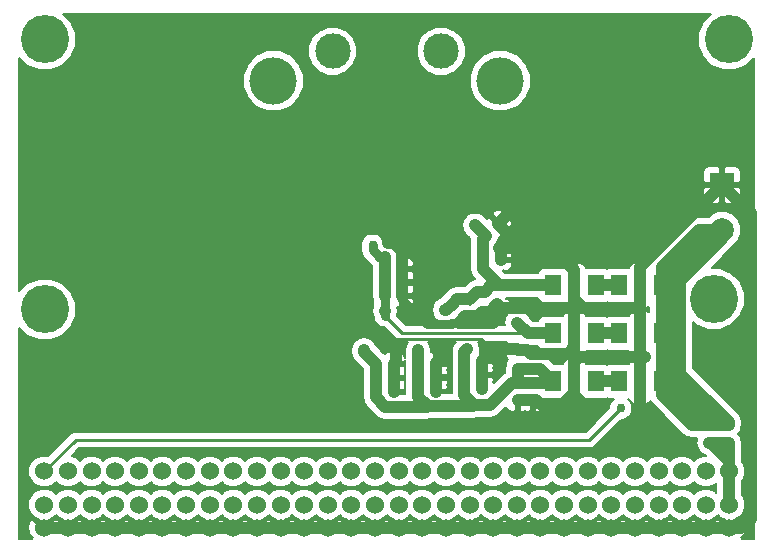
<source format=gbl>
G04 #@! TF.FileFunction,Copper,L4,Bot,Signal*
%FSLAX46Y46*%
G04 Gerber Fmt 4.6, Leading zero omitted, Abs format (unit mm)*
G04 Created by KiCad (PCBNEW (2015-02-18 BZR 5430)-product) date 2015年02月19日 星期四 19时51分06秒*
%MOMM*%
G01*
G04 APERTURE LIST*
%ADD10C,0.150000*%
%ADD11R,0.800000X0.750000*%
%ADD12R,0.750000X0.800000*%
%ADD13C,1.524000*%
%ADD14C,3.000000*%
%ADD15C,4.000000*%
%ADD16C,4.064000*%
%ADD17R,1.400000X1.800000*%
%ADD18R,0.800000X2.600000*%
%ADD19R,2.000000X2.000000*%
%ADD20C,2.000000*%
%ADD21R,0.900000X0.500000*%
%ADD22C,0.762000*%
%ADD23C,1.016000*%
%ADD24C,0.254000*%
%ADD25C,0.762000*%
%ADD26C,0.152400*%
G04 APERTURE END LIST*
D10*
D11*
X115391500Y-54991000D03*
X116891500Y-54991000D03*
X123710000Y-51943000D03*
X125210000Y-51943000D03*
D10*
G36*
X123318162Y-54633492D02*
X123848492Y-54103162D01*
X124414178Y-54668848D01*
X123883848Y-55199178D01*
X123318162Y-54633492D01*
X123318162Y-54633492D01*
G37*
G36*
X124378822Y-55694152D02*
X124909152Y-55163822D01*
X125474838Y-55729508D01*
X124944508Y-56259838D01*
X124378822Y-55694152D01*
X124378822Y-55694152D01*
G37*
D11*
X122135200Y-62890400D03*
X123635200Y-62890400D03*
X118223600Y-63093600D03*
X119723600Y-63093600D03*
D12*
X127914400Y-62343600D03*
X127914400Y-63843600D03*
D11*
X114642200Y-63119000D03*
X116142200Y-63119000D03*
X115391500Y-53848000D03*
X116891500Y-53848000D03*
D10*
G36*
X123911992Y-50481338D02*
X123381662Y-49951008D01*
X123947348Y-49385322D01*
X124477678Y-49915652D01*
X123911992Y-50481338D01*
X123911992Y-50481338D01*
G37*
G36*
X124972652Y-49420678D02*
X124442322Y-48890348D01*
X125008008Y-48324662D01*
X125538338Y-48854992D01*
X124972652Y-49420678D01*
X124972652Y-49420678D01*
G37*
G36*
X122048162Y-55268492D02*
X122578492Y-54738162D01*
X123144178Y-55303848D01*
X122613848Y-55834178D01*
X122048162Y-55268492D01*
X122048162Y-55268492D01*
G37*
G36*
X123108822Y-56329152D02*
X123639152Y-55798822D01*
X124204838Y-56364508D01*
X123674508Y-56894838D01*
X123108822Y-56329152D01*
X123108822Y-56329152D01*
G37*
D12*
X126644400Y-62343600D03*
X126644400Y-63843600D03*
D11*
X122135200Y-61696600D03*
X123635200Y-61696600D03*
X118223600Y-61899800D03*
X119723600Y-61899800D03*
X114642200Y-61925200D03*
X116142200Y-61925200D03*
X115391500Y-52705000D03*
X116891500Y-52705000D03*
D10*
G36*
X120587662Y-55649492D02*
X121117992Y-55119162D01*
X121683678Y-55684848D01*
X121153348Y-56215178D01*
X120587662Y-55649492D01*
X120587662Y-55649492D01*
G37*
G36*
X121648322Y-56710152D02*
X122178652Y-56179822D01*
X122744338Y-56745508D01*
X122214008Y-57275838D01*
X121648322Y-56710152D01*
X121648322Y-56710152D01*
G37*
D12*
X126644400Y-61075000D03*
X126644400Y-59575000D03*
D11*
X114642200Y-60731400D03*
X116142200Y-60731400D03*
X122135200Y-60502800D03*
X123635200Y-60502800D03*
X118223600Y-60706000D03*
X119723600Y-60706000D03*
D13*
X144570000Y-69850000D03*
X142570000Y-69850000D03*
X140570000Y-69850000D03*
X138570000Y-69850000D03*
X136570000Y-69850000D03*
X134570000Y-69850000D03*
X132570000Y-69850000D03*
X130570000Y-69850000D03*
X128570000Y-69850000D03*
X126570000Y-69850000D03*
X124570000Y-69850000D03*
X122570000Y-69850000D03*
X120570000Y-69850000D03*
X118570000Y-69850000D03*
X116570000Y-69850000D03*
X114570000Y-69850000D03*
X112570000Y-69850000D03*
X110570000Y-69850000D03*
X108570000Y-69850000D03*
X106570000Y-69850000D03*
X104570000Y-69850000D03*
X102570000Y-69850000D03*
X100570000Y-69850000D03*
X98570000Y-69850000D03*
X96570000Y-69850000D03*
X94570000Y-69850000D03*
X92570000Y-69850000D03*
X90570000Y-69850000D03*
X88570000Y-69850000D03*
X86570000Y-69850000D03*
D14*
X120170000Y-34290000D03*
D15*
X125170000Y-36790000D03*
X105970000Y-36790000D03*
D14*
X110970000Y-34290000D03*
D16*
X144526000Y-33274000D03*
X86614000Y-33274000D03*
D17*
X135233000Y-54102000D03*
X138833000Y-54102000D03*
D18*
X137033000Y-54102000D03*
D17*
X135233000Y-62230000D03*
X138833000Y-62230000D03*
D18*
X137033000Y-62230000D03*
D17*
X135233000Y-58166000D03*
X138833000Y-58166000D03*
D18*
X137033000Y-58166000D03*
D17*
X129645000Y-54102000D03*
X133245000Y-54102000D03*
D18*
X131445000Y-54102000D03*
D17*
X129645000Y-62230000D03*
X133245000Y-62230000D03*
D18*
X131445000Y-62230000D03*
D17*
X129645000Y-58166000D03*
X133245000Y-58166000D03*
D18*
X131445000Y-58166000D03*
D19*
X143954500Y-45593000D03*
D20*
X143954500Y-49403000D03*
D21*
X144526000Y-65925000D03*
X144526000Y-67425000D03*
X142875000Y-65925000D03*
X142875000Y-67425000D03*
D16*
X86614000Y-56134000D03*
X143256000Y-55245000D03*
D13*
X86570000Y-74660000D03*
X86570000Y-72660000D03*
X88570000Y-74660000D03*
X88570000Y-72660000D03*
X90570000Y-74660000D03*
X90570000Y-72660000D03*
X92570000Y-74660000D03*
X92570000Y-72660000D03*
X94570000Y-74660000D03*
X94570000Y-72660000D03*
X96570000Y-74660000D03*
X96570000Y-72660000D03*
X98570000Y-74660000D03*
X98570000Y-72660000D03*
X100570000Y-74660000D03*
X100570000Y-72660000D03*
X102570000Y-74660000D03*
X102570000Y-72660000D03*
X104570000Y-74660000D03*
X104570000Y-72660000D03*
X106570000Y-74660000D03*
X106570000Y-72660000D03*
X108570000Y-74660000D03*
X108570000Y-72660000D03*
X110570000Y-74660000D03*
X110570000Y-72660000D03*
X112570000Y-74660000D03*
X112570000Y-72660000D03*
X114570000Y-74660000D03*
X114570000Y-72660000D03*
X116570000Y-74660000D03*
X116570000Y-72660000D03*
X118570000Y-74660000D03*
X118570000Y-72660000D03*
X120570000Y-74660000D03*
X120570000Y-72660000D03*
X122570000Y-74660000D03*
X122570000Y-72660000D03*
X124570000Y-74660000D03*
X124570000Y-72660000D03*
X126570000Y-74660000D03*
X126570000Y-72660000D03*
X128570000Y-74660000D03*
X128570000Y-72660000D03*
X130570000Y-74660000D03*
X130570000Y-72660000D03*
X132570000Y-74660000D03*
X132570000Y-72660000D03*
X134570000Y-74660000D03*
X134570000Y-72660000D03*
X136570000Y-74660000D03*
X136570000Y-72660000D03*
X138570000Y-74660000D03*
X138570000Y-72660000D03*
X140570000Y-74660000D03*
X140570000Y-72660000D03*
X142570000Y-74660000D03*
X142570000Y-72660000D03*
X144570000Y-74660000D03*
X144570000Y-72660000D03*
D22*
X128066800Y-54102000D03*
X120459500Y-56197500D03*
X123063000Y-49022000D03*
X115417600Y-56286400D03*
X126593600Y-57251600D03*
X114363500Y-50673000D03*
X115379500Y-51752500D03*
X113665000Y-59563000D03*
X118211600Y-59588400D03*
X122377200Y-59486800D03*
X127660400Y-61137800D03*
X126085600Y-45821600D03*
X127914400Y-46939200D03*
X130454400Y-47040800D03*
X134924800Y-47142400D03*
X137668000Y-44348400D03*
X132994400Y-44297600D03*
X128371600Y-44297600D03*
X125780800Y-43332400D03*
X123596400Y-44500800D03*
X123596400Y-46329600D03*
X110083600Y-48514000D03*
X115011200Y-48412400D03*
X114960400Y-45669200D03*
X110045500Y-44894500D03*
X109067600Y-45872400D03*
X126441200Y-50647600D03*
X127863600Y-50647600D03*
X132740400Y-64668400D03*
X130657600Y-65633600D03*
X137464800Y-60198000D03*
X137515600Y-65684400D03*
X130606800Y-50647600D03*
X124460000Y-59512200D03*
X115633500Y-50482500D03*
X121158000Y-57277000D03*
X125984000Y-47879000D03*
X116332000Y-59309000D03*
X120142000Y-59563000D03*
X111633000Y-53594000D03*
X125095000Y-50927000D03*
X135382000Y-64516000D03*
D23*
X129645000Y-54102000D02*
X128066800Y-54102000D01*
X120459500Y-56197500D02*
X120605340Y-56197500D01*
X120605340Y-56197500D02*
X121135670Y-55667170D01*
D24*
X120459500Y-56197500D02*
X120989830Y-55667170D01*
X120989830Y-55667170D02*
X121135670Y-55667170D01*
D23*
X122596170Y-55286170D02*
X121516670Y-55286170D01*
X121516670Y-55286170D02*
X121135670Y-55667170D01*
X123866170Y-54651170D02*
X123231170Y-54651170D01*
X123231170Y-54651170D02*
X122596170Y-55286170D01*
X125222000Y-54102000D02*
X124415340Y-54102000D01*
X124415340Y-54102000D02*
X123866170Y-54651170D01*
X124968000Y-54102000D02*
X125222000Y-54102000D01*
X125222000Y-54102000D02*
X129645000Y-54102000D01*
X123710000Y-51943000D02*
X123710000Y-52717000D01*
X125095000Y-54102000D02*
X124968000Y-54102000D01*
X123710000Y-52717000D02*
X125095000Y-54102000D01*
X123710000Y-51943000D02*
X123710000Y-50153000D01*
X123710000Y-50153000D02*
X123929670Y-49933330D01*
X123929670Y-49933330D02*
X123929670Y-49888670D01*
X123929670Y-49888670D02*
X123063000Y-49022000D01*
X115417600Y-56286400D02*
X115391500Y-56286400D01*
X129645000Y-58166000D02*
X127508000Y-58166000D01*
X127508000Y-58166000D02*
X126593600Y-57251600D01*
D25*
X115391500Y-54991000D02*
X115391500Y-56286400D01*
X115391500Y-56286400D02*
X115391500Y-56704798D01*
D24*
X115391500Y-56704798D02*
X116852702Y-58166000D01*
X116852702Y-58166000D02*
X129645000Y-58166000D01*
D25*
X115379500Y-51752500D02*
X114973100Y-51752500D01*
X114973100Y-51752500D02*
X114363500Y-51142900D01*
X114363500Y-51142900D02*
X114363500Y-50673000D01*
D23*
X115443000Y-54991000D02*
X115391500Y-54991000D01*
X115391500Y-54991000D02*
X115443000Y-54991000D01*
X115391500Y-53848000D02*
X115391500Y-54991000D01*
X115391500Y-52705000D02*
X115391500Y-53848000D01*
X115391500Y-53848000D02*
X115443000Y-53848000D01*
X115443000Y-53848000D02*
X115391500Y-53848000D01*
X115379500Y-51689000D02*
X115379500Y-52693000D01*
X115379500Y-52693000D02*
X115391500Y-52705000D01*
D26*
X115379500Y-51689000D02*
X115379500Y-51752500D01*
X114363500Y-50673000D02*
X115379500Y-51689000D01*
D23*
X114642200Y-63119000D02*
X114642200Y-63588200D01*
X118999000Y-64363600D02*
X119024400Y-64338200D01*
X115417600Y-64363600D02*
X118999000Y-64363600D01*
X114642200Y-63588200D02*
X115417600Y-64363600D01*
X114642200Y-61925200D02*
X114642200Y-63119000D01*
X114642200Y-60731400D02*
X114642200Y-61925200D01*
X113665000Y-59563000D02*
X113665000Y-59754200D01*
X113665000Y-59754200D02*
X114642200Y-60731400D01*
X118223600Y-63093600D02*
X118223600Y-63537400D01*
X118223600Y-63537400D02*
X119024400Y-64338200D01*
X122834400Y-64338200D02*
X122961400Y-64211200D01*
X119024400Y-64338200D02*
X122834400Y-64338200D01*
X118223600Y-61899800D02*
X118223600Y-63093600D01*
X118223600Y-60706000D02*
X118223600Y-61899800D01*
X118211600Y-59588400D02*
X118211600Y-60694000D01*
X118211600Y-60694000D02*
X118223600Y-60706000D01*
X122135200Y-62890400D02*
X122135200Y-63385000D01*
X122135200Y-63385000D02*
X122961400Y-64211200D01*
X126200600Y-62343600D02*
X126644400Y-62343600D01*
X122961400Y-64211200D02*
X124333000Y-64211200D01*
X124333000Y-64211200D02*
X126200600Y-62343600D01*
X122135200Y-62890400D02*
X122135200Y-61696600D01*
X122135200Y-61696600D02*
X122135200Y-60502800D01*
X122135200Y-60502800D02*
X122135200Y-59728800D01*
X122135200Y-59728800D02*
X122377200Y-59486800D01*
D24*
X113665000Y-59563000D02*
X114642200Y-60540200D01*
X114642200Y-60540200D02*
X114642200Y-60731400D01*
X118223600Y-59600400D02*
X118223600Y-60706000D01*
X118211600Y-59588400D02*
X118223600Y-59600400D01*
X122377200Y-59486800D02*
X122135200Y-59728800D01*
D23*
X127660400Y-61137800D02*
X128552800Y-61137800D01*
X128552800Y-61137800D02*
X129645000Y-62230000D01*
X127914400Y-62343600D02*
X129531400Y-62343600D01*
X129531400Y-62343600D02*
X129645000Y-62230000D01*
X126644400Y-62343600D02*
X127914400Y-62343600D01*
X127660400Y-61137800D02*
X126707200Y-61137800D01*
X126707200Y-61137800D02*
X126644400Y-61200600D01*
X126644400Y-61200600D02*
X126644400Y-62343600D01*
D24*
X127597600Y-61075000D02*
X126644400Y-61075000D01*
X127660400Y-61137800D02*
X127597600Y-61075000D01*
D23*
X125984000Y-45923200D02*
X125984000Y-47879000D01*
X126085600Y-45821600D02*
X125984000Y-45923200D01*
X130352800Y-46939200D02*
X127914400Y-46939200D01*
X130454400Y-47040800D02*
X130352800Y-46939200D01*
X134924800Y-47091600D02*
X134924800Y-47142400D01*
X137668000Y-44348400D02*
X134924800Y-47091600D01*
X128371600Y-44297600D02*
X132994400Y-44297600D01*
X124764800Y-43332400D02*
X125780800Y-43332400D01*
X123596400Y-44500800D02*
X124764800Y-43332400D01*
X122936000Y-46990000D02*
X123596400Y-46329600D01*
X111607600Y-46990000D02*
X122936000Y-46990000D01*
X110083600Y-48514000D02*
X111607600Y-46990000D01*
X115011200Y-45720000D02*
X115011200Y-48412400D01*
X114960400Y-45669200D02*
X115011200Y-45720000D01*
X110045500Y-44894500D02*
X109067600Y-45872400D01*
X125272800Y-56007000D02*
X125272800Y-56540400D01*
X124536200Y-57277000D02*
X121647160Y-57277000D01*
X125272800Y-56540400D02*
X124536200Y-57277000D01*
D24*
X126441200Y-50647600D02*
X127863600Y-50647600D01*
X127050800Y-50901600D02*
X127050800Y-50927000D01*
X127025400Y-50927000D02*
X127050800Y-50901600D01*
X127584200Y-50927000D02*
X127025400Y-50927000D01*
X127863600Y-50647600D02*
X127584200Y-50927000D01*
D23*
X130606800Y-50647600D02*
X129819400Y-50647600D01*
X129819400Y-50647600D02*
X129540000Y-50927000D01*
X128524000Y-64135000D02*
X129159000Y-64135000D01*
X132740400Y-64668400D02*
X131445000Y-63373000D01*
X129159000Y-64135000D02*
X130657600Y-65633600D01*
X131445000Y-63373000D02*
X131445000Y-62230000D01*
X137033000Y-62230000D02*
X137033000Y-65201800D01*
X137464800Y-60198000D02*
X135991600Y-60198000D01*
X137033000Y-65201800D02*
X137515600Y-65684400D01*
X135991600Y-60198000D02*
X135991600Y-60147200D01*
X135991600Y-60147200D02*
X135991600Y-60198000D01*
D24*
X125095000Y-50927000D02*
X127050800Y-50927000D01*
X127050800Y-50927000D02*
X130327400Y-50927000D01*
X130327400Y-50927000D02*
X130606800Y-50647600D01*
D23*
X86570000Y-74660000D02*
X144570000Y-74660000D01*
X124460000Y-59512200D02*
X126581600Y-59512200D01*
X126581600Y-59512200D02*
X126644400Y-59575000D01*
D24*
X121031000Y-58674000D02*
X121031002Y-58674000D01*
X123571002Y-58623202D02*
X124460000Y-59512200D01*
X121081800Y-58623202D02*
X123571002Y-58623202D01*
X121031002Y-58674000D02*
X121081800Y-58623202D01*
D23*
X116142200Y-61925200D02*
X116142200Y-63119000D01*
X116142200Y-60731400D02*
X116142200Y-61925200D01*
X116332000Y-59309000D02*
X116332000Y-60541600D01*
X116332000Y-60541600D02*
X116142200Y-60731400D01*
X120142000Y-59563000D02*
X120142000Y-60287600D01*
X120142000Y-60287600D02*
X119723600Y-60706000D01*
X119723600Y-61899800D02*
X119723600Y-63093600D01*
X119723600Y-60706000D02*
X119723600Y-61899800D01*
X124460000Y-59512200D02*
X124460000Y-59678000D01*
X124460000Y-59678000D02*
X123635200Y-60502800D01*
X123635200Y-61696600D02*
X123635200Y-62890400D01*
X123635200Y-60502800D02*
X123635200Y-61696600D01*
D24*
X126173800Y-59575000D02*
X126644400Y-59575000D01*
X124460000Y-59512200D02*
X125984000Y-59512200D01*
X125984000Y-59512200D02*
X126111000Y-59512200D01*
X126111000Y-59512200D02*
X126173800Y-59575000D01*
D23*
X126644400Y-59575000D02*
X127418402Y-59575000D01*
X130886200Y-59893200D02*
X131445000Y-59334400D01*
X127736602Y-59893200D02*
X130886200Y-59893200D01*
X127418402Y-59575000D02*
X127736602Y-59893200D01*
X131445000Y-59334400D02*
X131445000Y-58166000D01*
X127914400Y-63843600D02*
X128232600Y-63843600D01*
X128232600Y-63843600D02*
X128524000Y-64135000D01*
X130505200Y-64135000D02*
X131445000Y-63195200D01*
X128524000Y-64135000D02*
X130505200Y-64135000D01*
X131445000Y-63195200D02*
X131445000Y-62230000D01*
X126644400Y-63843600D02*
X127914400Y-63843600D01*
D25*
X121158000Y-57277000D02*
X121647160Y-57277000D01*
X121647160Y-57277000D02*
X122196330Y-56727830D01*
X116891500Y-54991000D02*
X116891500Y-55296500D01*
X116891500Y-55296500D02*
X118999000Y-57404000D01*
X121031000Y-57404000D02*
X121158000Y-57277000D01*
X118999000Y-57404000D02*
X121031000Y-57404000D01*
D23*
X116891500Y-53848000D02*
X116891500Y-54991000D01*
X116891500Y-52705000D02*
X116891500Y-53848000D01*
X116891500Y-52705000D02*
X116891500Y-51169000D01*
X116891500Y-51169000D02*
X116205000Y-50482500D01*
X116205000Y-50482500D02*
X115633500Y-50482500D01*
X121647160Y-57277000D02*
X122196330Y-56727830D01*
D24*
X121158000Y-57277000D02*
X121094500Y-57340500D01*
X121094500Y-57340500D02*
X121094500Y-57277000D01*
D23*
X132207000Y-56007000D02*
X125272800Y-56007000D01*
X125272800Y-56007000D02*
X125222000Y-56007000D01*
X125222000Y-56007000D02*
X124926830Y-55711830D01*
X123656830Y-56346830D02*
X124291830Y-56346830D01*
X124291830Y-56346830D02*
X124926830Y-55711830D01*
X122196330Y-56727830D02*
X123275830Y-56727830D01*
X123275830Y-56727830D02*
X123656830Y-56346830D01*
D24*
X122196330Y-56727830D02*
X122069330Y-56727830D01*
X121158000Y-57277000D02*
X121094500Y-57277000D01*
X121094500Y-57277000D02*
X121647160Y-57277000D01*
D23*
X125984000Y-47879000D02*
X124990330Y-48872670D01*
X124990330Y-48872670D02*
X124990330Y-48917330D01*
X124990330Y-48917330D02*
X125730000Y-49657000D01*
X125730000Y-49657000D02*
X125730000Y-50927000D01*
X125210000Y-51943000D02*
X125210000Y-51042000D01*
X125210000Y-51042000D02*
X125095000Y-50927000D01*
X144570000Y-74660000D02*
X145558000Y-74660000D01*
X145558000Y-74660000D02*
X146367500Y-73850500D01*
X146367500Y-73850500D02*
X146367500Y-48006000D01*
X146367500Y-48006000D02*
X143954500Y-45593000D01*
X125095000Y-50927000D02*
X125730000Y-50927000D01*
X125730000Y-50927000D02*
X129540000Y-50927000D01*
X129540000Y-50927000D02*
X131445000Y-52832000D01*
X131445000Y-52832000D02*
X131445000Y-54102000D01*
X137033000Y-56007000D02*
X132207000Y-56007000D01*
X132207000Y-56007000D02*
X131445000Y-55245000D01*
X131445000Y-55245000D02*
X131445000Y-54102000D01*
X137033000Y-60198000D02*
X135991600Y-60198000D01*
X135991600Y-60198000D02*
X131826000Y-60198000D01*
X131826000Y-60198000D02*
X131445000Y-60579000D01*
X131445000Y-58166000D02*
X131445000Y-60579000D01*
X131445000Y-60579000D02*
X131445000Y-62230000D01*
X131445000Y-54102000D02*
X131445000Y-58166000D01*
X137033000Y-58166000D02*
X137033000Y-60198000D01*
X137033000Y-60198000D02*
X137033000Y-62230000D01*
X137033000Y-54102000D02*
X137033000Y-58166000D01*
X137033000Y-54102000D02*
X137033000Y-52514500D01*
X137033000Y-52514500D02*
X143954500Y-45593000D01*
D24*
X131445000Y-60261500D02*
X137033000Y-60261500D01*
X137033000Y-60261500D02*
X136969500Y-60261500D01*
X136969500Y-60261500D02*
X137033000Y-60261500D01*
X137033000Y-56007000D02*
X131318000Y-56007000D01*
X144570000Y-74660000D02*
X144986500Y-74660000D01*
X144986500Y-74660000D02*
X146113500Y-73533000D01*
X146113500Y-73533000D02*
X146113500Y-47752000D01*
X146113500Y-47752000D02*
X143954500Y-45593000D01*
X137033000Y-52514500D02*
X143954500Y-45593000D01*
X116967000Y-58674000D02*
X117221000Y-58674000D01*
X116332000Y-59309000D02*
X116967000Y-58674000D01*
X120142000Y-59563000D02*
X121031000Y-58674000D01*
X111633000Y-53594000D02*
X111633000Y-54927500D01*
X115379500Y-58674000D02*
X117221000Y-58674000D01*
X117221000Y-58674000D02*
X121031000Y-58674000D01*
X111633000Y-54927500D02*
X115379500Y-58674000D01*
X131445000Y-58737500D02*
X131445000Y-58166000D01*
X131445000Y-56007000D02*
X131318000Y-56007000D01*
X131318000Y-56007000D02*
X131445000Y-56007000D01*
X129540000Y-50927000D02*
X131445000Y-52832000D01*
X131445000Y-52832000D02*
X131445000Y-54102000D01*
X131445000Y-58166000D02*
X131445000Y-56007000D01*
X131445000Y-56007000D02*
X131445000Y-54102000D01*
X131445000Y-62230000D02*
X131445000Y-60452000D01*
X131445000Y-60452000D02*
X131445000Y-60261500D01*
X131445000Y-60261500D02*
X131445000Y-58166000D01*
X137033000Y-58166000D02*
X137033000Y-60261500D01*
X137033000Y-60261500D02*
X137033000Y-62230000D01*
X137033000Y-54102000D02*
X137033000Y-56007000D01*
X137033000Y-56007000D02*
X137033000Y-58166000D01*
X135382000Y-64516000D02*
X132715000Y-67183000D01*
X89237000Y-67183000D02*
X86570000Y-69850000D01*
X132715000Y-67183000D02*
X89237000Y-67183000D01*
D23*
X138833000Y-62230000D02*
X138833000Y-63395000D01*
X141363000Y-65925000D02*
X142875000Y-65925000D01*
X138833000Y-63395000D02*
X141363000Y-65925000D01*
X140411200Y-54102000D02*
X140411200Y-61569600D01*
X140411200Y-61569600D02*
X140411200Y-61518800D01*
X140411200Y-61518800D02*
X140411200Y-61569600D01*
X144526000Y-65925000D02*
X144526000Y-65684400D01*
X144526000Y-65684400D02*
X140411200Y-61569600D01*
X140411200Y-61569600D02*
X139825300Y-60983700D01*
X138833000Y-54102000D02*
X140411200Y-54102000D01*
X140411200Y-54102000D02*
X140055600Y-54102000D01*
X140055600Y-54102000D02*
X143954500Y-50203100D01*
X143954500Y-50203100D02*
X143954500Y-49403000D01*
X138833000Y-54102000D02*
X138833000Y-52581400D01*
X142011400Y-49403000D02*
X143954500Y-49403000D01*
X138833000Y-52581400D02*
X142011400Y-49403000D01*
X138833000Y-54102000D02*
X138833000Y-53648200D01*
X138833000Y-53648200D02*
X143078200Y-49403000D01*
X143078200Y-49403000D02*
X143954500Y-49403000D01*
X144526000Y-65925000D02*
X143699800Y-65925000D01*
X143699800Y-65925000D02*
X139825300Y-62050500D01*
X139825300Y-63222300D02*
X139825300Y-62050500D01*
X139825300Y-62050500D02*
X139825300Y-60983700D01*
X139825300Y-60983700D02*
X139825300Y-53532200D01*
X139825300Y-53532200D02*
X143954500Y-49403000D01*
X138833000Y-54102000D02*
X139255500Y-54102000D01*
X139255500Y-54102000D02*
X143954500Y-49403000D01*
X138833000Y-58166000D02*
X138833000Y-54102000D01*
X138833000Y-62230000D02*
X138833000Y-58166000D01*
X142875000Y-65925000D02*
X142528000Y-65925000D01*
X142528000Y-65925000D02*
X139825300Y-63222300D01*
X139825300Y-63222300D02*
X138833000Y-62230000D01*
X142875000Y-65925000D02*
X144526000Y-65925000D01*
D24*
X143954500Y-49403000D02*
X143532000Y-49403000D01*
X143532000Y-49403000D02*
X138833000Y-54102000D01*
D23*
X133245000Y-54102000D02*
X135233000Y-54102000D01*
X133245000Y-62230000D02*
X135233000Y-62230000D01*
X133245000Y-58166000D02*
X135233000Y-58166000D01*
X144570000Y-69850000D02*
X144570000Y-68979600D01*
X144570000Y-68979600D02*
X143015400Y-67425000D01*
X143015400Y-67425000D02*
X142875000Y-67425000D01*
X144570000Y-72660000D02*
X144570000Y-69850000D01*
X144570000Y-69850000D02*
X144570000Y-67469000D01*
X144570000Y-67469000D02*
X144526000Y-67425000D01*
X144526000Y-67425000D02*
X142875000Y-67425000D01*
D26*
G36*
X121442196Y-58877200D02*
X121362898Y-58956498D01*
X121126139Y-59310833D01*
X121043000Y-59728800D01*
X121043000Y-60502800D01*
X121043000Y-61696600D01*
X121043000Y-62890400D01*
X121043000Y-63246000D01*
X120707800Y-63246000D01*
X120707800Y-62769750D01*
X120707800Y-62602396D01*
X120664019Y-62496700D01*
X120707800Y-62391004D01*
X120707800Y-62223650D01*
X120707800Y-61575950D01*
X120707800Y-61408596D01*
X120664019Y-61302900D01*
X120707800Y-61197204D01*
X120707800Y-61029850D01*
X120707800Y-60382150D01*
X120707800Y-60214796D01*
X120618861Y-60000078D01*
X120454523Y-59835739D01*
X120239805Y-59746800D01*
X120047450Y-59746800D01*
X119901400Y-59892850D01*
X119901400Y-60528200D01*
X120561750Y-60528200D01*
X120707800Y-60382150D01*
X120707800Y-61029850D01*
X120561750Y-60883800D01*
X119901400Y-60883800D01*
X119901400Y-61086650D01*
X119901400Y-61519150D01*
X119901400Y-61722000D01*
X120561750Y-61722000D01*
X120707800Y-61575950D01*
X120707800Y-62223650D01*
X120561750Y-62077600D01*
X119901400Y-62077600D01*
X119901400Y-62280450D01*
X119901400Y-62712950D01*
X119901400Y-62915800D01*
X120561750Y-62915800D01*
X120707800Y-62769750D01*
X120707800Y-63246000D01*
X119525800Y-63246000D01*
X119525800Y-62915800D01*
X119545800Y-62915800D01*
X119545800Y-62712950D01*
X119545800Y-62280450D01*
X119545800Y-62077600D01*
X119525800Y-62077600D01*
X119525800Y-61722000D01*
X119545800Y-61722000D01*
X119545800Y-61519150D01*
X119545800Y-61086650D01*
X119545800Y-60883800D01*
X119525800Y-60883800D01*
X119525800Y-60528200D01*
X119545800Y-60528200D01*
X119545800Y-59892850D01*
X119399750Y-59746800D01*
X119303800Y-59746800D01*
X119303800Y-59588400D01*
X119220661Y-59170433D01*
X119024729Y-58877200D01*
X121442196Y-58877200D01*
X121442196Y-58877200D01*
G37*
X121442196Y-58877200D02*
X121362898Y-58956498D01*
X121126139Y-59310833D01*
X121043000Y-59728800D01*
X121043000Y-60502800D01*
X121043000Y-61696600D01*
X121043000Y-62890400D01*
X121043000Y-63246000D01*
X120707800Y-63246000D01*
X120707800Y-62769750D01*
X120707800Y-62602396D01*
X120664019Y-62496700D01*
X120707800Y-62391004D01*
X120707800Y-62223650D01*
X120707800Y-61575950D01*
X120707800Y-61408596D01*
X120664019Y-61302900D01*
X120707800Y-61197204D01*
X120707800Y-61029850D01*
X120707800Y-60382150D01*
X120707800Y-60214796D01*
X120618861Y-60000078D01*
X120454523Y-59835739D01*
X120239805Y-59746800D01*
X120047450Y-59746800D01*
X119901400Y-59892850D01*
X119901400Y-60528200D01*
X120561750Y-60528200D01*
X120707800Y-60382150D01*
X120707800Y-61029850D01*
X120561750Y-60883800D01*
X119901400Y-60883800D01*
X119901400Y-61086650D01*
X119901400Y-61519150D01*
X119901400Y-61722000D01*
X120561750Y-61722000D01*
X120707800Y-61575950D01*
X120707800Y-62223650D01*
X120561750Y-62077600D01*
X119901400Y-62077600D01*
X119901400Y-62280450D01*
X119901400Y-62712950D01*
X119901400Y-62915800D01*
X120561750Y-62915800D01*
X120707800Y-62769750D01*
X120707800Y-63246000D01*
X119525800Y-63246000D01*
X119525800Y-62915800D01*
X119545800Y-62915800D01*
X119545800Y-62712950D01*
X119545800Y-62280450D01*
X119545800Y-62077600D01*
X119525800Y-62077600D01*
X119525800Y-61722000D01*
X119545800Y-61722000D01*
X119545800Y-61519150D01*
X119545800Y-61086650D01*
X119545800Y-60883800D01*
X119525800Y-60883800D01*
X119525800Y-60528200D01*
X119545800Y-60528200D01*
X119545800Y-59892850D01*
X119399750Y-59746800D01*
X119303800Y-59746800D01*
X119303800Y-59588400D01*
X119220661Y-59170433D01*
X119024729Y-58877200D01*
X121442196Y-58877200D01*
G36*
X146685800Y-75565800D02*
X145934911Y-75565800D01*
X145603202Y-75565800D01*
X145665226Y-75503776D01*
X145553848Y-75392398D01*
X145775588Y-75316138D01*
X145934911Y-74804834D01*
X145916434Y-74601525D01*
X145916434Y-72393399D01*
X145711919Y-71898435D01*
X145662200Y-71848629D01*
X145662200Y-70661860D01*
X145710588Y-70613557D01*
X145915966Y-70118951D01*
X145916434Y-69583399D01*
X145711919Y-69088435D01*
X145662200Y-69038629D01*
X145662200Y-68979600D01*
X145662200Y-67469000D01*
X145579061Y-67051033D01*
X145534716Y-66984665D01*
X145528426Y-66952247D01*
X145399820Y-66756467D01*
X145367793Y-66734849D01*
X145342302Y-66696698D01*
X145316167Y-66670563D01*
X145340302Y-66634443D01*
X145394533Y-66598820D01*
X145525586Y-66404669D01*
X145571645Y-66175000D01*
X145571645Y-66159047D01*
X145618200Y-65925000D01*
X145618200Y-65684400D01*
X145535061Y-65266433D01*
X145298302Y-64912098D01*
X141503400Y-61117196D01*
X141503400Y-57192436D01*
X141772107Y-57461613D01*
X142733323Y-57860744D01*
X143774111Y-57861653D01*
X144736022Y-57464199D01*
X145472613Y-56728893D01*
X145871744Y-55767677D01*
X145872653Y-54726889D01*
X145475199Y-53764978D01*
X144739893Y-53028387D01*
X143778677Y-52629256D01*
X143073563Y-52628640D01*
X144726802Y-50975402D01*
X144937322Y-50660335D01*
X145296736Y-50301549D01*
X145538424Y-49719499D01*
X145538974Y-49089266D01*
X145538700Y-49088602D01*
X145538700Y-46709205D01*
X145538700Y-45916850D01*
X145538700Y-45269150D01*
X145538700Y-44476795D01*
X145449761Y-44262077D01*
X145285422Y-44097739D01*
X145070704Y-44008800D01*
X144838295Y-44008800D01*
X144278350Y-44008800D01*
X144132300Y-44154850D01*
X144132300Y-45415200D01*
X145392650Y-45415200D01*
X145538700Y-45269150D01*
X145538700Y-45916850D01*
X145392650Y-45770800D01*
X144132300Y-45770800D01*
X144132300Y-47031150D01*
X144278350Y-47177200D01*
X144838295Y-47177200D01*
X145070704Y-47177200D01*
X145285422Y-47088261D01*
X145449761Y-46923923D01*
X145538700Y-46709205D01*
X145538700Y-49088602D01*
X145298302Y-48506795D01*
X144853049Y-48060764D01*
X144270999Y-47819076D01*
X143776700Y-47818644D01*
X143776700Y-47031150D01*
X143776700Y-45770800D01*
X143776700Y-45415200D01*
X143776700Y-44154850D01*
X143630650Y-44008800D01*
X143070705Y-44008800D01*
X142838296Y-44008800D01*
X142623578Y-44097739D01*
X142459239Y-44262077D01*
X142370300Y-44476795D01*
X142370300Y-45269150D01*
X142516350Y-45415200D01*
X143776700Y-45415200D01*
X143776700Y-45770800D01*
X142516350Y-45770800D01*
X142370300Y-45916850D01*
X142370300Y-46709205D01*
X142459239Y-46923923D01*
X142623578Y-47088261D01*
X142838296Y-47177200D01*
X143070705Y-47177200D01*
X143630650Y-47177200D01*
X143776700Y-47031150D01*
X143776700Y-47818644D01*
X143640766Y-47818526D01*
X143058295Y-48059198D01*
X142806253Y-48310800D01*
X142011400Y-48310800D01*
X141593433Y-48393939D01*
X141239098Y-48630698D01*
X138060698Y-51809098D01*
X137823939Y-52163433D01*
X137790205Y-52333021D01*
X137763923Y-52306739D01*
X137549205Y-52217800D01*
X137356850Y-52217800D01*
X137210800Y-52363850D01*
X137210800Y-53924200D01*
X137230800Y-53924200D01*
X137230800Y-54279800D01*
X137210800Y-54279800D01*
X137210800Y-55840150D01*
X137356850Y-55986200D01*
X137549205Y-55986200D01*
X137740800Y-55906838D01*
X137740800Y-56361161D01*
X137549205Y-56281800D01*
X137356850Y-56281800D01*
X137210800Y-56427850D01*
X137210800Y-57988200D01*
X137230800Y-57988200D01*
X137230800Y-58343800D01*
X137210800Y-58343800D01*
X137210800Y-59904150D01*
X137356850Y-60050200D01*
X137549205Y-60050200D01*
X137740800Y-59970838D01*
X137740800Y-60425161D01*
X137549205Y-60345800D01*
X137356850Y-60345800D01*
X137210800Y-60491850D01*
X137210800Y-62052200D01*
X137230800Y-62052200D01*
X137230800Y-62407800D01*
X137210800Y-62407800D01*
X137210800Y-63968150D01*
X137356850Y-64114200D01*
X137549205Y-64114200D01*
X137763923Y-64025261D01*
X137884932Y-63904250D01*
X138060698Y-64167302D01*
X140590698Y-66697302D01*
X140945033Y-66934061D01*
X141363000Y-67017200D01*
X141861001Y-67017200D01*
X141829355Y-67175000D01*
X141829355Y-67190952D01*
X141782800Y-67425000D01*
X141829355Y-67659047D01*
X141829355Y-67675000D01*
X141872574Y-67897753D01*
X142001180Y-68093533D01*
X142059801Y-68133102D01*
X142102698Y-68197302D01*
X142457033Y-68434061D01*
X142485524Y-68439728D01*
X142549577Y-68503781D01*
X142303399Y-68503566D01*
X141808435Y-68708081D01*
X141569916Y-68946183D01*
X141333557Y-68709412D01*
X140838951Y-68504034D01*
X140303399Y-68503566D01*
X139808435Y-68708081D01*
X139569916Y-68946183D01*
X139333557Y-68709412D01*
X138838951Y-68504034D01*
X138303399Y-68503566D01*
X137808435Y-68708081D01*
X137569916Y-68946183D01*
X137333557Y-68709412D01*
X136838951Y-68504034D01*
X136303399Y-68503566D01*
X135808435Y-68708081D01*
X135569916Y-68946183D01*
X135333557Y-68709412D01*
X134838951Y-68504034D01*
X134303399Y-68503566D01*
X133808435Y-68708081D01*
X133569916Y-68946183D01*
X133333557Y-68709412D01*
X132838951Y-68504034D01*
X132303399Y-68503566D01*
X131808435Y-68708081D01*
X131569916Y-68946183D01*
X131333557Y-68709412D01*
X130838951Y-68504034D01*
X130303399Y-68503566D01*
X129808435Y-68708081D01*
X129569916Y-68946183D01*
X129333557Y-68709412D01*
X128838951Y-68504034D01*
X128303399Y-68503566D01*
X127808435Y-68708081D01*
X127569916Y-68946183D01*
X127333557Y-68709412D01*
X126838951Y-68504034D01*
X126303399Y-68503566D01*
X125808435Y-68708081D01*
X125569916Y-68946183D01*
X125333557Y-68709412D01*
X124838951Y-68504034D01*
X124303399Y-68503566D01*
X123808435Y-68708081D01*
X123569916Y-68946183D01*
X123333557Y-68709412D01*
X122838951Y-68504034D01*
X122303399Y-68503566D01*
X121808435Y-68708081D01*
X121569916Y-68946183D01*
X121333557Y-68709412D01*
X120838951Y-68504034D01*
X120303399Y-68503566D01*
X119808435Y-68708081D01*
X119569916Y-68946183D01*
X119333557Y-68709412D01*
X118838951Y-68504034D01*
X118303399Y-68503566D01*
X117808435Y-68708081D01*
X117569916Y-68946183D01*
X117333557Y-68709412D01*
X116838951Y-68504034D01*
X116303399Y-68503566D01*
X115808435Y-68708081D01*
X115569916Y-68946183D01*
X115333557Y-68709412D01*
X114838951Y-68504034D01*
X114303399Y-68503566D01*
X113808435Y-68708081D01*
X113569916Y-68946183D01*
X113333557Y-68709412D01*
X112838951Y-68504034D01*
X112303399Y-68503566D01*
X111808435Y-68708081D01*
X111569916Y-68946183D01*
X111333557Y-68709412D01*
X110838951Y-68504034D01*
X110303399Y-68503566D01*
X109808435Y-68708081D01*
X109569916Y-68946183D01*
X109333557Y-68709412D01*
X108838951Y-68504034D01*
X108303399Y-68503566D01*
X107808435Y-68708081D01*
X107569916Y-68946183D01*
X107333557Y-68709412D01*
X106838951Y-68504034D01*
X106303399Y-68503566D01*
X105808435Y-68708081D01*
X105569916Y-68946183D01*
X105333557Y-68709412D01*
X104838951Y-68504034D01*
X104303399Y-68503566D01*
X103808435Y-68708081D01*
X103569916Y-68946183D01*
X103333557Y-68709412D01*
X102838951Y-68504034D01*
X102303399Y-68503566D01*
X101808435Y-68708081D01*
X101569916Y-68946183D01*
X101333557Y-68709412D01*
X100838951Y-68504034D01*
X100303399Y-68503566D01*
X99808435Y-68708081D01*
X99569916Y-68946183D01*
X99333557Y-68709412D01*
X98838951Y-68504034D01*
X98303399Y-68503566D01*
X97808435Y-68708081D01*
X97569916Y-68946183D01*
X97333557Y-68709412D01*
X96838951Y-68504034D01*
X96303399Y-68503566D01*
X95808435Y-68708081D01*
X95569916Y-68946183D01*
X95333557Y-68709412D01*
X94838951Y-68504034D01*
X94303399Y-68503566D01*
X93808435Y-68708081D01*
X93569916Y-68946183D01*
X93333557Y-68709412D01*
X92838951Y-68504034D01*
X92303399Y-68503566D01*
X91808435Y-68708081D01*
X91569916Y-68946183D01*
X91333557Y-68709412D01*
X90838951Y-68504034D01*
X90303399Y-68503566D01*
X89808435Y-68708081D01*
X89569916Y-68946183D01*
X89333557Y-68709412D01*
X88897459Y-68528328D01*
X89531588Y-67894200D01*
X132715000Y-67894200D01*
X132987164Y-67840063D01*
X132987165Y-67840063D01*
X133217894Y-67685894D01*
X135422553Y-65481235D01*
X135573148Y-65481367D01*
X135928027Y-65334734D01*
X136199779Y-65063456D01*
X136347032Y-64708832D01*
X136347367Y-64324852D01*
X136200734Y-63969973D01*
X135952965Y-63721771D01*
X136070643Y-63698939D01*
X136137739Y-63860922D01*
X136302077Y-64025261D01*
X136516795Y-64114200D01*
X136709150Y-64114200D01*
X136855200Y-63968150D01*
X136855200Y-62407800D01*
X136835200Y-62407800D01*
X136835200Y-62052200D01*
X136855200Y-62052200D01*
X136855200Y-60491850D01*
X136855200Y-59904150D01*
X136855200Y-58343800D01*
X136835200Y-58343800D01*
X136835200Y-57988200D01*
X136855200Y-57988200D01*
X136855200Y-56427850D01*
X136855200Y-55840150D01*
X136855200Y-54279800D01*
X136835200Y-54279800D01*
X136835200Y-53924200D01*
X136855200Y-53924200D01*
X136855200Y-52363850D01*
X136709150Y-52217800D01*
X136516795Y-52217800D01*
X136302077Y-52306739D01*
X136137739Y-52471078D01*
X136070300Y-52633889D01*
X135933000Y-52606355D01*
X134533000Y-52606355D01*
X134310247Y-52649574D01*
X134239403Y-52696110D01*
X134174669Y-52652414D01*
X133945000Y-52606355D01*
X132545000Y-52606355D01*
X132407356Y-52633060D01*
X132340261Y-52471078D01*
X132175923Y-52306739D01*
X131961205Y-52217800D01*
X131768850Y-52217800D01*
X131622800Y-52363850D01*
X131622800Y-53924200D01*
X131642800Y-53924200D01*
X131642800Y-54279800D01*
X131622800Y-54279800D01*
X131622800Y-55840150D01*
X131768850Y-55986200D01*
X131961205Y-55986200D01*
X132175923Y-55897261D01*
X132340261Y-55732922D01*
X132407699Y-55570110D01*
X132545000Y-55597645D01*
X133945000Y-55597645D01*
X134167753Y-55554426D01*
X134238596Y-55507889D01*
X134303331Y-55551586D01*
X134533000Y-55597645D01*
X135933000Y-55597645D01*
X136070643Y-55570939D01*
X136137739Y-55732922D01*
X136302077Y-55897261D01*
X136516795Y-55986200D01*
X136709150Y-55986200D01*
X136855200Y-55840150D01*
X136855200Y-56427850D01*
X136709150Y-56281800D01*
X136516795Y-56281800D01*
X136302077Y-56370739D01*
X136137739Y-56535078D01*
X136070300Y-56697889D01*
X135933000Y-56670355D01*
X134533000Y-56670355D01*
X134310247Y-56713574D01*
X134239403Y-56760110D01*
X134174669Y-56716414D01*
X133945000Y-56670355D01*
X132545000Y-56670355D01*
X132407356Y-56697060D01*
X132340261Y-56535078D01*
X132175923Y-56370739D01*
X131961205Y-56281800D01*
X131768850Y-56281800D01*
X131622800Y-56427850D01*
X131622800Y-57988200D01*
X131642800Y-57988200D01*
X131642800Y-58343800D01*
X131622800Y-58343800D01*
X131622800Y-59904150D01*
X131768850Y-60050200D01*
X131961205Y-60050200D01*
X132175923Y-59961261D01*
X132340261Y-59796922D01*
X132407699Y-59634110D01*
X132545000Y-59661645D01*
X133945000Y-59661645D01*
X134167753Y-59618426D01*
X134238596Y-59571889D01*
X134303331Y-59615586D01*
X134533000Y-59661645D01*
X135933000Y-59661645D01*
X136070643Y-59634939D01*
X136137739Y-59796922D01*
X136302077Y-59961261D01*
X136516795Y-60050200D01*
X136709150Y-60050200D01*
X136855200Y-59904150D01*
X136855200Y-60491850D01*
X136709150Y-60345800D01*
X136516795Y-60345800D01*
X136302077Y-60434739D01*
X136137739Y-60599078D01*
X136070300Y-60761889D01*
X135933000Y-60734355D01*
X134533000Y-60734355D01*
X134310247Y-60777574D01*
X134239403Y-60824110D01*
X134174669Y-60780414D01*
X133945000Y-60734355D01*
X132545000Y-60734355D01*
X132407356Y-60761060D01*
X132340261Y-60599078D01*
X132175923Y-60434739D01*
X131961205Y-60345800D01*
X131768850Y-60345800D01*
X131622800Y-60491850D01*
X131622800Y-62052200D01*
X131642800Y-62052200D01*
X131642800Y-62407800D01*
X131622800Y-62407800D01*
X131622800Y-63968150D01*
X131768850Y-64114200D01*
X131961205Y-64114200D01*
X132175923Y-64025261D01*
X132340261Y-63860922D01*
X132407699Y-63698110D01*
X132545000Y-63725645D01*
X133945000Y-63725645D01*
X134167753Y-63682426D01*
X134238596Y-63635889D01*
X134303331Y-63679586D01*
X134533000Y-63725645D01*
X134807544Y-63725645D01*
X134564221Y-63968544D01*
X134416968Y-64323168D01*
X134416835Y-64475375D01*
X132420411Y-66471800D01*
X131267200Y-66471800D01*
X131267200Y-63968150D01*
X131267200Y-62407800D01*
X131247200Y-62407800D01*
X131247200Y-62052200D01*
X131267200Y-62052200D01*
X131267200Y-60491850D01*
X131121150Y-60345800D01*
X130928795Y-60345800D01*
X130714077Y-60434739D01*
X130549739Y-60599078D01*
X130482300Y-60761889D01*
X130345000Y-60734355D01*
X129693959Y-60734355D01*
X129325102Y-60365498D01*
X128970767Y-60128739D01*
X128552800Y-60045600D01*
X127660400Y-60045600D01*
X127603600Y-60045600D01*
X127603600Y-59898850D01*
X127457550Y-59752800D01*
X126822200Y-59752800D01*
X126822200Y-59772800D01*
X126466600Y-59772800D01*
X126466600Y-59752800D01*
X125831250Y-59752800D01*
X125685200Y-59898850D01*
X125685200Y-60091205D01*
X125774139Y-60305923D01*
X125797885Y-60329669D01*
X125719814Y-60445331D01*
X125673755Y-60675000D01*
X125673755Y-60725139D01*
X125635339Y-60782633D01*
X125552200Y-61200600D01*
X125552200Y-61488509D01*
X125428298Y-61571298D01*
X124613835Y-62385760D01*
X124575619Y-62293500D01*
X124619400Y-62187804D01*
X124619400Y-62020450D01*
X124619400Y-61372750D01*
X124619400Y-61205396D01*
X124575619Y-61099700D01*
X124619400Y-60994004D01*
X124619400Y-60826650D01*
X124619400Y-60178950D01*
X124619400Y-60011596D01*
X124530461Y-59796878D01*
X124366123Y-59632539D01*
X124151405Y-59543600D01*
X123959050Y-59543600D01*
X123813000Y-59689650D01*
X123813000Y-60325000D01*
X124473350Y-60325000D01*
X124619400Y-60178950D01*
X124619400Y-60826650D01*
X124473350Y-60680600D01*
X123813000Y-60680600D01*
X123813000Y-60883450D01*
X123813000Y-61315950D01*
X123813000Y-61518800D01*
X124473350Y-61518800D01*
X124619400Y-61372750D01*
X124619400Y-62020450D01*
X124473350Y-61874400D01*
X123813000Y-61874400D01*
X123813000Y-62077250D01*
X123813000Y-62509750D01*
X123813000Y-62712600D01*
X123833000Y-62712600D01*
X123833000Y-63068200D01*
X123813000Y-63068200D01*
X123813000Y-63088200D01*
X123457400Y-63088200D01*
X123457400Y-63068200D01*
X123437400Y-63068200D01*
X123437400Y-62712600D01*
X123457400Y-62712600D01*
X123457400Y-62509750D01*
X123457400Y-62077250D01*
X123457400Y-61874400D01*
X123437400Y-61874400D01*
X123437400Y-61518800D01*
X123457400Y-61518800D01*
X123457400Y-61315950D01*
X123457400Y-60883450D01*
X123457400Y-60680600D01*
X123437400Y-60680600D01*
X123437400Y-60325000D01*
X123457400Y-60325000D01*
X123457400Y-59689650D01*
X123433753Y-59666003D01*
X123469400Y-59486800D01*
X123386261Y-59068833D01*
X123258215Y-58877200D01*
X125760419Y-58877200D01*
X125685200Y-59058795D01*
X125685200Y-59251150D01*
X125831250Y-59397200D01*
X126466600Y-59397200D01*
X126466600Y-59377200D01*
X126822200Y-59377200D01*
X126822200Y-59397200D01*
X127457550Y-59397200D01*
X127596550Y-59258200D01*
X128386646Y-59258200D01*
X128392574Y-59288753D01*
X128521180Y-59484533D01*
X128715331Y-59615586D01*
X128945000Y-59661645D01*
X130345000Y-59661645D01*
X130482643Y-59634939D01*
X130549739Y-59796922D01*
X130714077Y-59961261D01*
X130928795Y-60050200D01*
X131121150Y-60050200D01*
X131267200Y-59904150D01*
X131267200Y-58343800D01*
X131247200Y-58343800D01*
X131247200Y-57988200D01*
X131267200Y-57988200D01*
X131267200Y-56427850D01*
X131121150Y-56281800D01*
X130928795Y-56281800D01*
X130714077Y-56370739D01*
X130549739Y-56535078D01*
X130482300Y-56697889D01*
X130345000Y-56670355D01*
X128945000Y-56670355D01*
X128722247Y-56713574D01*
X128526467Y-56842180D01*
X128395414Y-57036331D01*
X128387899Y-57073800D01*
X127960404Y-57073800D01*
X127365902Y-56479298D01*
X127011567Y-56242539D01*
X126593600Y-56159400D01*
X126175633Y-56242539D01*
X126059038Y-56320445D01*
X125821298Y-56479298D01*
X125584539Y-56833633D01*
X125501400Y-57251600D01*
X125541819Y-57454800D01*
X123849226Y-57454800D01*
X124005431Y-57390098D01*
X124123768Y-57271761D01*
X124123768Y-57065215D01*
X123656830Y-56598277D01*
X123642687Y-56612419D01*
X123391240Y-56360972D01*
X123405383Y-56346830D01*
X123391240Y-56332687D01*
X123642687Y-56081240D01*
X123656830Y-56095383D01*
X123670972Y-56081240D01*
X123922419Y-56332687D01*
X123908277Y-56346830D01*
X124375215Y-56813768D01*
X124581761Y-56813768D01*
X124632567Y-56762961D01*
X124828303Y-56844038D01*
X125060713Y-56844037D01*
X125275431Y-56755098D01*
X125393768Y-56636761D01*
X125393768Y-56430215D01*
X124926830Y-55963277D01*
X124912687Y-55977419D01*
X124661240Y-55725972D01*
X124675383Y-55711830D01*
X124661240Y-55697687D01*
X124912687Y-55446240D01*
X124926830Y-55460383D01*
X124940972Y-55446240D01*
X125192419Y-55697687D01*
X125178277Y-55711830D01*
X125645215Y-56178768D01*
X125851761Y-56178768D01*
X125970098Y-56060431D01*
X126059037Y-55845713D01*
X126059038Y-55613303D01*
X125970099Y-55398585D01*
X125834083Y-55262570D01*
X125627540Y-55262570D01*
X125695910Y-55194200D01*
X128066800Y-55194200D01*
X128386646Y-55194200D01*
X128392574Y-55224753D01*
X128521180Y-55420533D01*
X128715331Y-55551586D01*
X128945000Y-55597645D01*
X130345000Y-55597645D01*
X130482643Y-55570939D01*
X130549739Y-55732922D01*
X130714077Y-55897261D01*
X130928795Y-55986200D01*
X131121150Y-55986200D01*
X131267200Y-55840150D01*
X131267200Y-54279800D01*
X131247200Y-54279800D01*
X131247200Y-53924200D01*
X131267200Y-53924200D01*
X131267200Y-52363850D01*
X131121150Y-52217800D01*
X130928795Y-52217800D01*
X130714077Y-52306739D01*
X130549739Y-52471078D01*
X130482300Y-52633889D01*
X130345000Y-52606355D01*
X128945000Y-52606355D01*
X128722247Y-52649574D01*
X128526467Y-52778180D01*
X128395414Y-52972331D01*
X128387899Y-53009800D01*
X128066800Y-53009800D01*
X127754647Y-53009800D01*
X127754647Y-36278226D01*
X127362055Y-35328081D01*
X126635743Y-34600500D01*
X125686284Y-34206250D01*
X124658226Y-34205353D01*
X123708081Y-34597945D01*
X122980500Y-35324257D01*
X122586250Y-36273716D01*
X122585353Y-37301774D01*
X122977945Y-38251919D01*
X123704257Y-38979500D01*
X124653716Y-39373750D01*
X125681774Y-39374647D01*
X126631919Y-38982055D01*
X127359500Y-38255743D01*
X127753750Y-37306284D01*
X127754647Y-36278226D01*
X127754647Y-53009800D01*
X126194200Y-53009800D01*
X125547404Y-53009800D01*
X125387802Y-52850198D01*
X125387802Y-52756152D01*
X125533850Y-52902200D01*
X125726205Y-52902200D01*
X125940923Y-52813261D01*
X126105261Y-52648922D01*
X126194200Y-52434204D01*
X126194200Y-52266850D01*
X126194200Y-51619150D01*
X126194200Y-51451796D01*
X126122538Y-51278788D01*
X126122538Y-48971197D01*
X126122537Y-48738787D01*
X126033598Y-48524069D01*
X125915261Y-48405732D01*
X125708715Y-48405732D01*
X125457268Y-48657179D01*
X125457268Y-48154285D01*
X125457268Y-47947739D01*
X125338931Y-47829402D01*
X125124213Y-47740463D01*
X124891803Y-47740462D01*
X124677085Y-47829401D01*
X124541070Y-47965417D01*
X124541070Y-48171963D01*
X124990330Y-48621223D01*
X125457268Y-48154285D01*
X125457268Y-48657179D01*
X125241777Y-48872670D01*
X125691037Y-49321930D01*
X125897583Y-49321930D01*
X126033599Y-49185915D01*
X126122538Y-48971197D01*
X126122538Y-51278788D01*
X126105261Y-51237078D01*
X125940923Y-51072739D01*
X125726205Y-50983800D01*
X125533850Y-50983800D01*
X125387800Y-51129850D01*
X125387800Y-51765200D01*
X126048150Y-51765200D01*
X126194200Y-51619150D01*
X126194200Y-52266850D01*
X126048150Y-52120800D01*
X125387800Y-52120800D01*
X125387800Y-52140800D01*
X125032200Y-52140800D01*
X125032200Y-52120800D01*
X125012200Y-52120800D01*
X125012200Y-51765200D01*
X125032200Y-51765200D01*
X125032200Y-51129850D01*
X124886150Y-50983800D01*
X124802200Y-50983800D01*
X124802200Y-50555630D01*
X124938731Y-50351297D01*
X124959465Y-50247055D01*
X125025812Y-50148766D01*
X125055608Y-50004877D01*
X125088857Y-50004878D01*
X125303575Y-49915939D01*
X125439590Y-49779923D01*
X125439590Y-49573377D01*
X124990330Y-49124117D01*
X124976187Y-49138259D01*
X124724740Y-48886812D01*
X124738883Y-48872670D01*
X124289623Y-48423410D01*
X124083077Y-48423410D01*
X124046045Y-48460441D01*
X123835302Y-48249698D01*
X123480967Y-48012939D01*
X123063000Y-47929800D01*
X122645033Y-48012939D01*
X122290698Y-48249698D01*
X122254561Y-48303780D01*
X122254561Y-33877246D01*
X121937929Y-33110938D01*
X121352146Y-32524131D01*
X120586392Y-32206162D01*
X119757246Y-32205439D01*
X118990938Y-32522071D01*
X118404131Y-33107854D01*
X118086162Y-33873608D01*
X118085439Y-34702754D01*
X118402071Y-35469062D01*
X118987854Y-36055869D01*
X119753608Y-36373838D01*
X120582754Y-36374561D01*
X121349062Y-36057929D01*
X121935869Y-35472146D01*
X122253838Y-34706392D01*
X122254561Y-33877246D01*
X122254561Y-48303780D01*
X122053939Y-48604033D01*
X121970800Y-49022000D01*
X122053939Y-49439967D01*
X122290698Y-49794302D01*
X122623042Y-50126646D01*
X122617800Y-50153000D01*
X122617800Y-51943000D01*
X122617800Y-52717000D01*
X122700939Y-53134967D01*
X122937698Y-53489302D01*
X123044497Y-53596101D01*
X122813203Y-53642109D01*
X122458868Y-53878868D01*
X122143766Y-54193970D01*
X121516670Y-54193970D01*
X121098703Y-54277109D01*
X120744368Y-54513868D01*
X120363368Y-54894868D01*
X120076815Y-55181420D01*
X120041533Y-55188439D01*
X119687198Y-55425198D01*
X119450439Y-55779533D01*
X119367300Y-56197500D01*
X119450439Y-56615467D01*
X119687198Y-56969802D01*
X120041533Y-57206561D01*
X120459500Y-57289700D01*
X120605340Y-57289700D01*
X121023307Y-57206561D01*
X121200290Y-57088304D01*
X121289077Y-57177090D01*
X121495623Y-57177090D01*
X121944883Y-56727830D01*
X121930740Y-56713687D01*
X122182187Y-56462240D01*
X122196330Y-56476383D01*
X122210472Y-56462240D01*
X122461919Y-56713687D01*
X122447777Y-56727830D01*
X122914715Y-57194768D01*
X123121261Y-57194768D01*
X123207570Y-57108459D01*
X123207570Y-57254083D01*
X123343585Y-57390099D01*
X123499787Y-57454800D01*
X122663268Y-57454800D01*
X122663268Y-57446215D01*
X122196330Y-56979277D01*
X121747070Y-57428537D01*
X121747070Y-57454800D01*
X117875700Y-57454800D01*
X117875700Y-55482204D01*
X117875700Y-55314850D01*
X117875700Y-54667150D01*
X117875700Y-54499796D01*
X117842440Y-54419500D01*
X117875700Y-54339204D01*
X117875700Y-54171850D01*
X117875700Y-53524150D01*
X117875700Y-53356796D01*
X117842440Y-53276500D01*
X117875700Y-53196204D01*
X117875700Y-53028850D01*
X117875700Y-52381150D01*
X117875700Y-52213796D01*
X117786761Y-51999078D01*
X117622423Y-51834739D01*
X117407705Y-51745800D01*
X117215350Y-51745800D01*
X117069300Y-51891850D01*
X117069300Y-52527200D01*
X117729650Y-52527200D01*
X117875700Y-52381150D01*
X117875700Y-53028850D01*
X117729650Y-52882800D01*
X117069300Y-52882800D01*
X117069300Y-53034850D01*
X117069300Y-53518150D01*
X117069300Y-53670200D01*
X117729650Y-53670200D01*
X117875700Y-53524150D01*
X117875700Y-54171850D01*
X117729650Y-54025800D01*
X117069300Y-54025800D01*
X117069300Y-54177850D01*
X117069300Y-54661150D01*
X117069300Y-54813200D01*
X117729650Y-54813200D01*
X117875700Y-54667150D01*
X117875700Y-55314850D01*
X117729650Y-55168800D01*
X117069300Y-55168800D01*
X117069300Y-55804150D01*
X117215350Y-55950200D01*
X117407705Y-55950200D01*
X117622423Y-55861261D01*
X117786761Y-55696922D01*
X117875700Y-55482204D01*
X117875700Y-57454800D01*
X117147290Y-57454800D01*
X116414723Y-56722232D01*
X116426661Y-56704367D01*
X116509800Y-56286400D01*
X116442925Y-55950200D01*
X116567650Y-55950200D01*
X116713700Y-55804150D01*
X116713700Y-55168800D01*
X116693700Y-55168800D01*
X116693700Y-54813200D01*
X116713700Y-54813200D01*
X116713700Y-54661150D01*
X116713700Y-54177850D01*
X116713700Y-54025800D01*
X116693700Y-54025800D01*
X116693700Y-53670200D01*
X116713700Y-53670200D01*
X116713700Y-53518150D01*
X116713700Y-53034850D01*
X116713700Y-52882800D01*
X116693700Y-52882800D01*
X116693700Y-52527200D01*
X116713700Y-52527200D01*
X116713700Y-51891850D01*
X116567650Y-51745800D01*
X116471700Y-51745800D01*
X116471700Y-51689000D01*
X116388561Y-51271033D01*
X116151802Y-50916698D01*
X115797467Y-50679939D01*
X115379500Y-50596800D01*
X115328757Y-50606893D01*
X115328867Y-50481852D01*
X115255229Y-50303634D01*
X115255228Y-50303633D01*
X115182234Y-50126973D01*
X114910956Y-49855221D01*
X114732867Y-49781272D01*
X114732866Y-49781271D01*
X114732863Y-49781270D01*
X114556332Y-49707968D01*
X114172352Y-49707633D01*
X113994134Y-49781270D01*
X113994134Y-49781271D01*
X113994133Y-49781271D01*
X113817473Y-49854266D01*
X113545721Y-50125544D01*
X113471772Y-50303632D01*
X113471771Y-50303634D01*
X113471770Y-50303636D01*
X113398468Y-50480168D01*
X113398133Y-50864148D01*
X113398300Y-50864552D01*
X113398300Y-51142900D01*
X113471771Y-51512266D01*
X113681001Y-51825399D01*
X114287300Y-52431698D01*
X114287300Y-52693000D01*
X114299300Y-52753327D01*
X114299300Y-53848000D01*
X114299300Y-54991000D01*
X114382439Y-55408967D01*
X114413092Y-55454843D01*
X114426300Y-55522915D01*
X114426300Y-55802790D01*
X114382439Y-55868433D01*
X114299300Y-56286400D01*
X114382439Y-56704367D01*
X114444769Y-56797651D01*
X114499771Y-57074164D01*
X114709001Y-57387297D01*
X115022134Y-57596527D01*
X115340833Y-57659919D01*
X116349808Y-58668895D01*
X116580538Y-58823063D01*
X116852702Y-58877200D01*
X117398470Y-58877200D01*
X117202539Y-59170433D01*
X117119400Y-59588400D01*
X117119400Y-60223296D01*
X117037461Y-60025478D01*
X116873123Y-59861139D01*
X116658405Y-59772200D01*
X116466050Y-59772200D01*
X116320000Y-59918250D01*
X116320000Y-60553600D01*
X116980350Y-60553600D01*
X117119400Y-60414550D01*
X117119400Y-60694000D01*
X117131400Y-60754327D01*
X117131400Y-61899800D01*
X117131400Y-63093600D01*
X117131400Y-63271400D01*
X117126400Y-63271400D01*
X117126400Y-62795150D01*
X117126400Y-62627796D01*
X117082619Y-62522100D01*
X117126400Y-62416404D01*
X117126400Y-62249050D01*
X117126400Y-61601350D01*
X117126400Y-61433996D01*
X117082619Y-61328300D01*
X117126400Y-61222604D01*
X117126400Y-61055250D01*
X116980350Y-60909200D01*
X116320000Y-60909200D01*
X116320000Y-61112050D01*
X116320000Y-61544550D01*
X116320000Y-61747400D01*
X116980350Y-61747400D01*
X117126400Y-61601350D01*
X117126400Y-62249050D01*
X116980350Y-62103000D01*
X116320000Y-62103000D01*
X116320000Y-62305850D01*
X116320000Y-62738350D01*
X116320000Y-62941200D01*
X116980350Y-62941200D01*
X117126400Y-62795150D01*
X117126400Y-63271400D01*
X115944400Y-63271400D01*
X115944400Y-62941200D01*
X115964400Y-62941200D01*
X115964400Y-62738350D01*
X115964400Y-62305850D01*
X115964400Y-62103000D01*
X115944400Y-62103000D01*
X115944400Y-61747400D01*
X115964400Y-61747400D01*
X115964400Y-61544550D01*
X115964400Y-61112050D01*
X115964400Y-60909200D01*
X115944400Y-60909200D01*
X115944400Y-60553600D01*
X115964400Y-60553600D01*
X115964400Y-59918250D01*
X115818350Y-59772200D01*
X115625995Y-59772200D01*
X115411277Y-59861139D01*
X115387530Y-59884885D01*
X115271869Y-59806814D01*
X115259797Y-59804393D01*
X114692342Y-59236938D01*
X114674061Y-59145033D01*
X114437302Y-58790698D01*
X114082967Y-58553939D01*
X113665000Y-58470800D01*
X113247033Y-58553939D01*
X113054561Y-58682544D01*
X113054561Y-33877246D01*
X112737929Y-33110938D01*
X112152146Y-32524131D01*
X111386392Y-32206162D01*
X110557246Y-32205439D01*
X109790938Y-32522071D01*
X109204131Y-33107854D01*
X108886162Y-33873608D01*
X108885439Y-34702754D01*
X109202071Y-35469062D01*
X109787854Y-36055869D01*
X110553608Y-36373838D01*
X111382754Y-36374561D01*
X112149062Y-36057929D01*
X112735869Y-35472146D01*
X113053838Y-34706392D01*
X113054561Y-33877246D01*
X113054561Y-58682544D01*
X112892698Y-58790698D01*
X112655939Y-59145033D01*
X112572800Y-59563000D01*
X112572800Y-59754200D01*
X112655939Y-60172167D01*
X112892698Y-60526502D01*
X113550000Y-61183804D01*
X113550000Y-61925200D01*
X113550000Y-63119000D01*
X113550000Y-63588200D01*
X113633139Y-64006167D01*
X113869898Y-64360502D01*
X114645298Y-65135902D01*
X114999633Y-65372661D01*
X115417600Y-65455800D01*
X118999000Y-65455800D01*
X119126694Y-65430400D01*
X122834400Y-65430400D01*
X123252367Y-65347261D01*
X123318009Y-65303400D01*
X124333000Y-65303400D01*
X124750967Y-65220261D01*
X125105302Y-64983502D01*
X125698028Y-64390775D01*
X125774139Y-64574523D01*
X125938478Y-64738861D01*
X126153196Y-64827800D01*
X126320550Y-64827800D01*
X126466600Y-64681750D01*
X126466600Y-64021400D01*
X126446600Y-64021400D01*
X126446600Y-63665800D01*
X126466600Y-63665800D01*
X126466600Y-63645800D01*
X126822200Y-63645800D01*
X126822200Y-63665800D01*
X127101250Y-63665800D01*
X127457550Y-63665800D01*
X127736600Y-63665800D01*
X127736600Y-63645800D01*
X128092200Y-63645800D01*
X128092200Y-63665800D01*
X128694907Y-63665800D01*
X128715331Y-63679586D01*
X128945000Y-63725645D01*
X130345000Y-63725645D01*
X130482643Y-63698939D01*
X130549739Y-63860922D01*
X130714077Y-64025261D01*
X130928795Y-64114200D01*
X131121150Y-64114200D01*
X131267200Y-63968150D01*
X131267200Y-66471800D01*
X128873600Y-66471800D01*
X128873600Y-64359805D01*
X128873600Y-64167450D01*
X128727550Y-64021400D01*
X128092200Y-64021400D01*
X128092200Y-64681750D01*
X128238250Y-64827800D01*
X128405604Y-64827800D01*
X128620322Y-64738861D01*
X128784661Y-64574523D01*
X128873600Y-64359805D01*
X128873600Y-66471800D01*
X127736600Y-66471800D01*
X127736600Y-64681750D01*
X127736600Y-64021400D01*
X127457550Y-64021400D01*
X127101250Y-64021400D01*
X126822200Y-64021400D01*
X126822200Y-64681750D01*
X126968250Y-64827800D01*
X127135604Y-64827800D01*
X127279400Y-64768237D01*
X127423196Y-64827800D01*
X127590550Y-64827800D01*
X127736600Y-64681750D01*
X127736600Y-66471800D01*
X108554647Y-66471800D01*
X108554647Y-36278226D01*
X108162055Y-35328081D01*
X107435743Y-34600500D01*
X106486284Y-34206250D01*
X105458226Y-34205353D01*
X104508081Y-34597945D01*
X103780500Y-35324257D01*
X103386250Y-36273716D01*
X103385353Y-37301774D01*
X103777945Y-38251919D01*
X104504257Y-38979500D01*
X105453716Y-39373750D01*
X106481774Y-39374647D01*
X107431919Y-38982055D01*
X108159500Y-38255743D01*
X108553750Y-37306284D01*
X108554647Y-36278226D01*
X108554647Y-66471800D01*
X89237000Y-66471800D01*
X88964836Y-66525937D01*
X88734106Y-66680105D01*
X86889279Y-68524932D01*
X86838951Y-68504034D01*
X86303399Y-68503566D01*
X85808435Y-68708081D01*
X85429412Y-69086443D01*
X85224034Y-69581049D01*
X85223566Y-70116601D01*
X85428081Y-70611565D01*
X85806443Y-70990588D01*
X86301049Y-71195966D01*
X86836601Y-71196434D01*
X87331565Y-70991919D01*
X87570083Y-70753816D01*
X87806443Y-70990588D01*
X88301049Y-71195966D01*
X88836601Y-71196434D01*
X89331565Y-70991919D01*
X89570083Y-70753816D01*
X89806443Y-70990588D01*
X90301049Y-71195966D01*
X90836601Y-71196434D01*
X91331565Y-70991919D01*
X91570083Y-70753816D01*
X91806443Y-70990588D01*
X92301049Y-71195966D01*
X92836601Y-71196434D01*
X93331565Y-70991919D01*
X93570083Y-70753816D01*
X93806443Y-70990588D01*
X94301049Y-71195966D01*
X94836601Y-71196434D01*
X95331565Y-70991919D01*
X95570083Y-70753816D01*
X95806443Y-70990588D01*
X96301049Y-71195966D01*
X96836601Y-71196434D01*
X97331565Y-70991919D01*
X97570083Y-70753816D01*
X97806443Y-70990588D01*
X98301049Y-71195966D01*
X98836601Y-71196434D01*
X99331565Y-70991919D01*
X99570083Y-70753816D01*
X99806443Y-70990588D01*
X100301049Y-71195966D01*
X100836601Y-71196434D01*
X101331565Y-70991919D01*
X101570083Y-70753816D01*
X101806443Y-70990588D01*
X102301049Y-71195966D01*
X102836601Y-71196434D01*
X103331565Y-70991919D01*
X103570083Y-70753816D01*
X103806443Y-70990588D01*
X104301049Y-71195966D01*
X104836601Y-71196434D01*
X105331565Y-70991919D01*
X105570083Y-70753816D01*
X105806443Y-70990588D01*
X106301049Y-71195966D01*
X106836601Y-71196434D01*
X107331565Y-70991919D01*
X107570083Y-70753816D01*
X107806443Y-70990588D01*
X108301049Y-71195966D01*
X108836601Y-71196434D01*
X109331565Y-70991919D01*
X109570083Y-70753816D01*
X109806443Y-70990588D01*
X110301049Y-71195966D01*
X110836601Y-71196434D01*
X111331565Y-70991919D01*
X111570083Y-70753816D01*
X111806443Y-70990588D01*
X112301049Y-71195966D01*
X112836601Y-71196434D01*
X113331565Y-70991919D01*
X113570083Y-70753816D01*
X113806443Y-70990588D01*
X114301049Y-71195966D01*
X114836601Y-71196434D01*
X115331565Y-70991919D01*
X115570083Y-70753816D01*
X115806443Y-70990588D01*
X116301049Y-71195966D01*
X116836601Y-71196434D01*
X117331565Y-70991919D01*
X117570083Y-70753816D01*
X117806443Y-70990588D01*
X118301049Y-71195966D01*
X118836601Y-71196434D01*
X119331565Y-70991919D01*
X119570083Y-70753816D01*
X119806443Y-70990588D01*
X120301049Y-71195966D01*
X120836601Y-71196434D01*
X121331565Y-70991919D01*
X121570083Y-70753816D01*
X121806443Y-70990588D01*
X122301049Y-71195966D01*
X122836601Y-71196434D01*
X123331565Y-70991919D01*
X123570083Y-70753816D01*
X123806443Y-70990588D01*
X124301049Y-71195966D01*
X124836601Y-71196434D01*
X125331565Y-70991919D01*
X125570083Y-70753816D01*
X125806443Y-70990588D01*
X126301049Y-71195966D01*
X126836601Y-71196434D01*
X127331565Y-70991919D01*
X127570083Y-70753816D01*
X127806443Y-70990588D01*
X128301049Y-71195966D01*
X128836601Y-71196434D01*
X129331565Y-70991919D01*
X129570083Y-70753816D01*
X129806443Y-70990588D01*
X130301049Y-71195966D01*
X130836601Y-71196434D01*
X131331565Y-70991919D01*
X131570083Y-70753816D01*
X131806443Y-70990588D01*
X132301049Y-71195966D01*
X132836601Y-71196434D01*
X133331565Y-70991919D01*
X133570083Y-70753816D01*
X133806443Y-70990588D01*
X134301049Y-71195966D01*
X134836601Y-71196434D01*
X135331565Y-70991919D01*
X135570083Y-70753816D01*
X135806443Y-70990588D01*
X136301049Y-71195966D01*
X136836601Y-71196434D01*
X137331565Y-70991919D01*
X137570083Y-70753816D01*
X137806443Y-70990588D01*
X138301049Y-71195966D01*
X138836601Y-71196434D01*
X139331565Y-70991919D01*
X139570083Y-70753816D01*
X139806443Y-70990588D01*
X140301049Y-71195966D01*
X140836601Y-71196434D01*
X141331565Y-70991919D01*
X141570083Y-70753816D01*
X141806443Y-70990588D01*
X142301049Y-71195966D01*
X142836601Y-71196434D01*
X143331565Y-70991919D01*
X143477800Y-70845939D01*
X143477800Y-71663906D01*
X143333557Y-71519412D01*
X142838951Y-71314034D01*
X142303399Y-71313566D01*
X141808435Y-71518081D01*
X141569916Y-71756183D01*
X141333557Y-71519412D01*
X140838951Y-71314034D01*
X140303399Y-71313566D01*
X139808435Y-71518081D01*
X139569916Y-71756183D01*
X139333557Y-71519412D01*
X138838951Y-71314034D01*
X138303399Y-71313566D01*
X137808435Y-71518081D01*
X137569916Y-71756183D01*
X137333557Y-71519412D01*
X136838951Y-71314034D01*
X136303399Y-71313566D01*
X135808435Y-71518081D01*
X135569916Y-71756183D01*
X135333557Y-71519412D01*
X134838951Y-71314034D01*
X134303399Y-71313566D01*
X133808435Y-71518081D01*
X133569916Y-71756183D01*
X133333557Y-71519412D01*
X132838951Y-71314034D01*
X132303399Y-71313566D01*
X131808435Y-71518081D01*
X131569916Y-71756183D01*
X131333557Y-71519412D01*
X130838951Y-71314034D01*
X130303399Y-71313566D01*
X129808435Y-71518081D01*
X129569916Y-71756183D01*
X129333557Y-71519412D01*
X128838951Y-71314034D01*
X128303399Y-71313566D01*
X127808435Y-71518081D01*
X127569916Y-71756183D01*
X127333557Y-71519412D01*
X126838951Y-71314034D01*
X126303399Y-71313566D01*
X125808435Y-71518081D01*
X125569916Y-71756183D01*
X125333557Y-71519412D01*
X124838951Y-71314034D01*
X124303399Y-71313566D01*
X123808435Y-71518081D01*
X123569916Y-71756183D01*
X123333557Y-71519412D01*
X122838951Y-71314034D01*
X122303399Y-71313566D01*
X121808435Y-71518081D01*
X121569916Y-71756183D01*
X121333557Y-71519412D01*
X120838951Y-71314034D01*
X120303399Y-71313566D01*
X119808435Y-71518081D01*
X119569916Y-71756183D01*
X119333557Y-71519412D01*
X118838951Y-71314034D01*
X118303399Y-71313566D01*
X117808435Y-71518081D01*
X117569916Y-71756183D01*
X117333557Y-71519412D01*
X116838951Y-71314034D01*
X116303399Y-71313566D01*
X115808435Y-71518081D01*
X115569916Y-71756183D01*
X115333557Y-71519412D01*
X114838951Y-71314034D01*
X114303399Y-71313566D01*
X113808435Y-71518081D01*
X113569916Y-71756183D01*
X113333557Y-71519412D01*
X112838951Y-71314034D01*
X112303399Y-71313566D01*
X111808435Y-71518081D01*
X111569916Y-71756183D01*
X111333557Y-71519412D01*
X110838951Y-71314034D01*
X110303399Y-71313566D01*
X109808435Y-71518081D01*
X109569916Y-71756183D01*
X109333557Y-71519412D01*
X108838951Y-71314034D01*
X108303399Y-71313566D01*
X107808435Y-71518081D01*
X107569916Y-71756183D01*
X107333557Y-71519412D01*
X106838951Y-71314034D01*
X106303399Y-71313566D01*
X105808435Y-71518081D01*
X105569916Y-71756183D01*
X105333557Y-71519412D01*
X104838951Y-71314034D01*
X104303399Y-71313566D01*
X103808435Y-71518081D01*
X103569916Y-71756183D01*
X103333557Y-71519412D01*
X102838951Y-71314034D01*
X102303399Y-71313566D01*
X101808435Y-71518081D01*
X101569916Y-71756183D01*
X101333557Y-71519412D01*
X100838951Y-71314034D01*
X100303399Y-71313566D01*
X99808435Y-71518081D01*
X99569916Y-71756183D01*
X99333557Y-71519412D01*
X98838951Y-71314034D01*
X98303399Y-71313566D01*
X97808435Y-71518081D01*
X97569916Y-71756183D01*
X97333557Y-71519412D01*
X96838951Y-71314034D01*
X96303399Y-71313566D01*
X95808435Y-71518081D01*
X95569916Y-71756183D01*
X95333557Y-71519412D01*
X94838951Y-71314034D01*
X94303399Y-71313566D01*
X93808435Y-71518081D01*
X93569916Y-71756183D01*
X93333557Y-71519412D01*
X92838951Y-71314034D01*
X92303399Y-71313566D01*
X91808435Y-71518081D01*
X91569916Y-71756183D01*
X91333557Y-71519412D01*
X90838951Y-71314034D01*
X90303399Y-71313566D01*
X89808435Y-71518081D01*
X89569916Y-71756183D01*
X89333557Y-71519412D01*
X88838951Y-71314034D01*
X88303399Y-71313566D01*
X87808435Y-71518081D01*
X87569916Y-71756183D01*
X87333557Y-71519412D01*
X86838951Y-71314034D01*
X86303399Y-71313566D01*
X85808435Y-71518081D01*
X85429412Y-71896443D01*
X85224034Y-72391049D01*
X85223566Y-72926601D01*
X85428081Y-73421565D01*
X85806443Y-73800588D01*
X86072519Y-73911072D01*
X86570000Y-74408553D01*
X87067541Y-73911011D01*
X87331565Y-73801919D01*
X87570083Y-73563816D01*
X87806443Y-73800588D01*
X88072519Y-73911072D01*
X88570000Y-74408553D01*
X89067541Y-73911011D01*
X89331565Y-73801919D01*
X89570083Y-73563816D01*
X89806443Y-73800588D01*
X90072519Y-73911072D01*
X90570000Y-74408553D01*
X91067541Y-73911011D01*
X91331565Y-73801919D01*
X91570083Y-73563816D01*
X91806443Y-73800588D01*
X92072519Y-73911072D01*
X92570000Y-74408553D01*
X93067541Y-73911011D01*
X93331565Y-73801919D01*
X93570083Y-73563816D01*
X93806443Y-73800588D01*
X94072519Y-73911072D01*
X94570000Y-74408553D01*
X95067541Y-73911011D01*
X95331565Y-73801919D01*
X95570083Y-73563816D01*
X95806443Y-73800588D01*
X96072519Y-73911072D01*
X96570000Y-74408553D01*
X97067541Y-73911011D01*
X97331565Y-73801919D01*
X97570083Y-73563816D01*
X97806443Y-73800588D01*
X98072519Y-73911072D01*
X98570000Y-74408553D01*
X99067541Y-73911011D01*
X99331565Y-73801919D01*
X99570083Y-73563816D01*
X99806443Y-73800588D01*
X100072519Y-73911072D01*
X100570000Y-74408553D01*
X101067541Y-73911011D01*
X101331565Y-73801919D01*
X101570083Y-73563816D01*
X101806443Y-73800588D01*
X102072519Y-73911072D01*
X102570000Y-74408553D01*
X103067541Y-73911011D01*
X103331565Y-73801919D01*
X103570083Y-73563816D01*
X103806443Y-73800588D01*
X104072519Y-73911072D01*
X104570000Y-74408553D01*
X105067541Y-73911011D01*
X105331565Y-73801919D01*
X105570083Y-73563816D01*
X105806443Y-73800588D01*
X106072519Y-73911072D01*
X106570000Y-74408553D01*
X107067541Y-73911011D01*
X107331565Y-73801919D01*
X107570083Y-73563816D01*
X107806443Y-73800588D01*
X108072519Y-73911072D01*
X108570000Y-74408553D01*
X109067541Y-73911011D01*
X109331565Y-73801919D01*
X109570083Y-73563816D01*
X109806443Y-73800588D01*
X110072519Y-73911072D01*
X110570000Y-74408553D01*
X111067541Y-73911011D01*
X111331565Y-73801919D01*
X111570083Y-73563816D01*
X111806443Y-73800588D01*
X112072519Y-73911072D01*
X112570000Y-74408553D01*
X113067541Y-73911011D01*
X113331565Y-73801919D01*
X113570083Y-73563816D01*
X113806443Y-73800588D01*
X114072519Y-73911072D01*
X114570000Y-74408553D01*
X115067541Y-73911011D01*
X115331565Y-73801919D01*
X115570083Y-73563816D01*
X115806443Y-73800588D01*
X116072519Y-73911072D01*
X116570000Y-74408553D01*
X117067541Y-73911011D01*
X117331565Y-73801919D01*
X117570083Y-73563816D01*
X117806443Y-73800588D01*
X118072519Y-73911072D01*
X118570000Y-74408553D01*
X119067541Y-73911011D01*
X119331565Y-73801919D01*
X119570083Y-73563816D01*
X119806443Y-73800588D01*
X120072519Y-73911072D01*
X120570000Y-74408553D01*
X121067541Y-73911011D01*
X121331565Y-73801919D01*
X121570083Y-73563816D01*
X121806443Y-73800588D01*
X122072519Y-73911072D01*
X122570000Y-74408553D01*
X123067541Y-73911011D01*
X123331565Y-73801919D01*
X123570083Y-73563816D01*
X123806443Y-73800588D01*
X124072519Y-73911072D01*
X124570000Y-74408553D01*
X125067541Y-73911011D01*
X125331565Y-73801919D01*
X125570083Y-73563816D01*
X125806443Y-73800588D01*
X126072519Y-73911072D01*
X126570000Y-74408553D01*
X127067541Y-73911011D01*
X127331565Y-73801919D01*
X127570083Y-73563816D01*
X127806443Y-73800588D01*
X128072519Y-73911072D01*
X128570000Y-74408553D01*
X129067541Y-73911011D01*
X129331565Y-73801919D01*
X129570083Y-73563816D01*
X129806443Y-73800588D01*
X130072519Y-73911072D01*
X130570000Y-74408553D01*
X131067541Y-73911011D01*
X131331565Y-73801919D01*
X131570083Y-73563816D01*
X131806443Y-73800588D01*
X132072519Y-73911072D01*
X132570000Y-74408553D01*
X133067541Y-73911011D01*
X133331565Y-73801919D01*
X133570083Y-73563816D01*
X133806443Y-73800588D01*
X134072519Y-73911072D01*
X134570000Y-74408553D01*
X135067541Y-73911011D01*
X135331565Y-73801919D01*
X135570083Y-73563816D01*
X135806443Y-73800588D01*
X136072519Y-73911072D01*
X136570000Y-74408553D01*
X137067541Y-73911011D01*
X137331565Y-73801919D01*
X137570083Y-73563816D01*
X137806443Y-73800588D01*
X138072519Y-73911072D01*
X138570000Y-74408553D01*
X139067541Y-73911011D01*
X139331565Y-73801919D01*
X139570083Y-73563816D01*
X139806443Y-73800588D01*
X140072519Y-73911072D01*
X140570000Y-74408553D01*
X141067541Y-73911011D01*
X141331565Y-73801919D01*
X141570083Y-73563816D01*
X141806443Y-73800588D01*
X142072519Y-73911072D01*
X142570000Y-74408553D01*
X143067541Y-73911011D01*
X143331565Y-73801919D01*
X143570083Y-73563816D01*
X143806443Y-73800588D01*
X144072519Y-73911072D01*
X144570000Y-74408553D01*
X145067541Y-73911011D01*
X145331565Y-73801919D01*
X145710588Y-73423557D01*
X145915966Y-72928951D01*
X145916434Y-72393399D01*
X145916434Y-74601525D01*
X145886439Y-74271480D01*
X145775588Y-74003862D01*
X145553846Y-73927601D01*
X144821447Y-74660000D01*
X144835589Y-74674142D01*
X144584142Y-74925589D01*
X144570000Y-74911447D01*
X144555857Y-74925589D01*
X144318553Y-74688285D01*
X144304410Y-74674142D01*
X144318553Y-74660000D01*
X143855613Y-74197060D01*
X143775588Y-74003862D01*
X143603089Y-73944536D01*
X143586154Y-73927601D01*
X143570000Y-73933156D01*
X143553846Y-73927601D01*
X143536910Y-73944536D01*
X143364412Y-74003862D01*
X143313184Y-74168262D01*
X142821447Y-74660000D01*
X142835589Y-74674142D01*
X142584142Y-74925589D01*
X142570000Y-74911447D01*
X142555857Y-74925589D01*
X142318553Y-74688285D01*
X142304410Y-74674142D01*
X142318553Y-74660000D01*
X141855613Y-74197060D01*
X141775588Y-74003862D01*
X141603089Y-73944536D01*
X141586154Y-73927601D01*
X141570000Y-73933156D01*
X141553846Y-73927601D01*
X141536910Y-73944536D01*
X141364412Y-74003862D01*
X141313184Y-74168262D01*
X140821447Y-74660000D01*
X140835589Y-74674142D01*
X140584142Y-74925589D01*
X140570000Y-74911447D01*
X140555857Y-74925589D01*
X140318553Y-74688285D01*
X140304410Y-74674142D01*
X140318553Y-74660000D01*
X139855613Y-74197060D01*
X139775588Y-74003862D01*
X139603089Y-73944536D01*
X139586154Y-73927601D01*
X139570000Y-73933156D01*
X139553846Y-73927601D01*
X139536910Y-73944536D01*
X139364412Y-74003862D01*
X139313184Y-74168262D01*
X138821447Y-74660000D01*
X138835589Y-74674142D01*
X138584142Y-74925589D01*
X138570000Y-74911447D01*
X138555857Y-74925589D01*
X138318553Y-74688285D01*
X138304410Y-74674142D01*
X138318553Y-74660000D01*
X137855613Y-74197060D01*
X137775588Y-74003862D01*
X137603089Y-73944536D01*
X137586154Y-73927601D01*
X137570000Y-73933156D01*
X137553846Y-73927601D01*
X137536910Y-73944536D01*
X137364412Y-74003862D01*
X137313184Y-74168262D01*
X136821447Y-74660000D01*
X136835589Y-74674142D01*
X136584142Y-74925589D01*
X136570000Y-74911447D01*
X136555857Y-74925589D01*
X136318553Y-74688285D01*
X136304410Y-74674142D01*
X136318553Y-74660000D01*
X135855613Y-74197060D01*
X135775588Y-74003862D01*
X135603089Y-73944536D01*
X135586154Y-73927601D01*
X135570000Y-73933156D01*
X135553846Y-73927601D01*
X135536910Y-73944536D01*
X135364412Y-74003862D01*
X135313184Y-74168262D01*
X134821447Y-74660000D01*
X134835589Y-74674142D01*
X134584142Y-74925589D01*
X134570000Y-74911447D01*
X134555857Y-74925589D01*
X134318553Y-74688285D01*
X134304410Y-74674142D01*
X134318553Y-74660000D01*
X133855613Y-74197060D01*
X133775588Y-74003862D01*
X133603089Y-73944536D01*
X133586154Y-73927601D01*
X133570000Y-73933156D01*
X133553846Y-73927601D01*
X133536910Y-73944536D01*
X133364412Y-74003862D01*
X133313184Y-74168262D01*
X132821447Y-74660000D01*
X132835589Y-74674142D01*
X132584142Y-74925589D01*
X132570000Y-74911447D01*
X132555857Y-74925589D01*
X132318553Y-74688285D01*
X132304410Y-74674142D01*
X132318553Y-74660000D01*
X131855613Y-74197060D01*
X131775588Y-74003862D01*
X131603089Y-73944536D01*
X131586154Y-73927601D01*
X131570000Y-73933156D01*
X131553846Y-73927601D01*
X131536910Y-73944536D01*
X131364412Y-74003862D01*
X131313184Y-74168262D01*
X130821447Y-74660000D01*
X130835589Y-74674142D01*
X130584142Y-74925589D01*
X130570000Y-74911447D01*
X130555857Y-74925589D01*
X130318553Y-74688285D01*
X130304410Y-74674142D01*
X130318553Y-74660000D01*
X129855613Y-74197060D01*
X129775588Y-74003862D01*
X129603089Y-73944536D01*
X129586154Y-73927601D01*
X129570000Y-73933156D01*
X129553846Y-73927601D01*
X129536910Y-73944536D01*
X129364412Y-74003862D01*
X129313184Y-74168262D01*
X128821447Y-74660000D01*
X128835589Y-74674142D01*
X128584142Y-74925589D01*
X128570000Y-74911447D01*
X128555857Y-74925589D01*
X128318553Y-74688285D01*
X128304410Y-74674142D01*
X128318553Y-74660000D01*
X127855613Y-74197060D01*
X127775588Y-74003862D01*
X127603089Y-73944536D01*
X127586154Y-73927601D01*
X127570000Y-73933156D01*
X127553846Y-73927601D01*
X127536910Y-73944536D01*
X127364412Y-74003862D01*
X127313184Y-74168262D01*
X126821447Y-74660000D01*
X126835589Y-74674142D01*
X126584142Y-74925589D01*
X126570000Y-74911447D01*
X126555857Y-74925589D01*
X126318553Y-74688285D01*
X126304410Y-74674142D01*
X126318553Y-74660000D01*
X125855613Y-74197060D01*
X125775588Y-74003862D01*
X125603089Y-73944536D01*
X125586154Y-73927601D01*
X125570000Y-73933156D01*
X125553846Y-73927601D01*
X125536910Y-73944536D01*
X125364412Y-74003862D01*
X125313184Y-74168262D01*
X124821447Y-74660000D01*
X124835589Y-74674142D01*
X124584142Y-74925589D01*
X124570000Y-74911447D01*
X124555857Y-74925589D01*
X124318553Y-74688285D01*
X124304410Y-74674142D01*
X124318553Y-74660000D01*
X123855613Y-74197060D01*
X123775588Y-74003862D01*
X123603089Y-73944536D01*
X123586154Y-73927601D01*
X123570000Y-73933156D01*
X123553846Y-73927601D01*
X123536910Y-73944536D01*
X123364412Y-74003862D01*
X123313184Y-74168262D01*
X122821447Y-74660000D01*
X122835589Y-74674142D01*
X122584142Y-74925589D01*
X122570000Y-74911447D01*
X122555857Y-74925589D01*
X122318553Y-74688285D01*
X122304410Y-74674142D01*
X122318553Y-74660000D01*
X121855613Y-74197060D01*
X121775588Y-74003862D01*
X121603089Y-73944536D01*
X121586154Y-73927601D01*
X121570000Y-73933156D01*
X121553846Y-73927601D01*
X121536910Y-73944536D01*
X121364412Y-74003862D01*
X121313184Y-74168262D01*
X120821447Y-74660000D01*
X120835589Y-74674142D01*
X120584142Y-74925589D01*
X120570000Y-74911447D01*
X120555857Y-74925589D01*
X120318553Y-74688285D01*
X120304410Y-74674142D01*
X120318553Y-74660000D01*
X119855613Y-74197060D01*
X119775588Y-74003862D01*
X119603089Y-73944536D01*
X119586154Y-73927601D01*
X119570000Y-73933156D01*
X119553846Y-73927601D01*
X119536910Y-73944536D01*
X119364412Y-74003862D01*
X119313184Y-74168262D01*
X118821447Y-74660000D01*
X118835589Y-74674142D01*
X118584142Y-74925589D01*
X118570000Y-74911447D01*
X118555857Y-74925589D01*
X118318553Y-74688285D01*
X118304410Y-74674142D01*
X118318553Y-74660000D01*
X117855613Y-74197060D01*
X117775588Y-74003862D01*
X117603089Y-73944536D01*
X117586154Y-73927601D01*
X117570000Y-73933156D01*
X117553846Y-73927601D01*
X117536910Y-73944536D01*
X117364412Y-74003862D01*
X117313184Y-74168262D01*
X116821447Y-74660000D01*
X116835589Y-74674142D01*
X116584142Y-74925589D01*
X116570000Y-74911447D01*
X116555857Y-74925589D01*
X116318553Y-74688285D01*
X116304410Y-74674142D01*
X116318553Y-74660000D01*
X115855613Y-74197060D01*
X115775588Y-74003862D01*
X115603089Y-73944536D01*
X115586154Y-73927601D01*
X115570000Y-73933156D01*
X115553846Y-73927601D01*
X115536910Y-73944536D01*
X115364412Y-74003862D01*
X115313184Y-74168262D01*
X114821447Y-74660000D01*
X114835589Y-74674142D01*
X114584142Y-74925589D01*
X114570000Y-74911447D01*
X114555857Y-74925589D01*
X114318553Y-74688285D01*
X114304410Y-74674142D01*
X114318553Y-74660000D01*
X113855613Y-74197060D01*
X113775588Y-74003862D01*
X113603089Y-73944536D01*
X113586154Y-73927601D01*
X113570000Y-73933156D01*
X113553846Y-73927601D01*
X113536910Y-73944536D01*
X113364412Y-74003862D01*
X113313184Y-74168262D01*
X112821447Y-74660000D01*
X112835589Y-74674142D01*
X112584142Y-74925589D01*
X112570000Y-74911447D01*
X112555857Y-74925589D01*
X112318553Y-74688285D01*
X112304410Y-74674142D01*
X112318553Y-74660000D01*
X111855613Y-74197060D01*
X111775588Y-74003862D01*
X111603089Y-73944536D01*
X111586154Y-73927601D01*
X111570000Y-73933156D01*
X111553846Y-73927601D01*
X111536910Y-73944536D01*
X111364412Y-74003862D01*
X111313184Y-74168262D01*
X110821447Y-74660000D01*
X110835589Y-74674142D01*
X110584142Y-74925589D01*
X110570000Y-74911447D01*
X110555857Y-74925589D01*
X110318553Y-74688285D01*
X110304410Y-74674142D01*
X110318553Y-74660000D01*
X109855613Y-74197060D01*
X109775588Y-74003862D01*
X109603089Y-73944536D01*
X109586154Y-73927601D01*
X109570000Y-73933156D01*
X109553846Y-73927601D01*
X109536910Y-73944536D01*
X109364412Y-74003862D01*
X109313184Y-74168262D01*
X108821447Y-74660000D01*
X108835589Y-74674142D01*
X108584142Y-74925589D01*
X108570000Y-74911447D01*
X108555857Y-74925589D01*
X108318553Y-74688285D01*
X108304410Y-74674142D01*
X108318553Y-74660000D01*
X107855613Y-74197060D01*
X107775588Y-74003862D01*
X107603089Y-73944536D01*
X107586154Y-73927601D01*
X107570000Y-73933156D01*
X107553846Y-73927601D01*
X107536910Y-73944536D01*
X107364412Y-74003862D01*
X107313184Y-74168262D01*
X106821447Y-74660000D01*
X106835589Y-74674142D01*
X106584142Y-74925589D01*
X106570000Y-74911447D01*
X106555857Y-74925589D01*
X106318553Y-74688285D01*
X106304410Y-74674142D01*
X106318553Y-74660000D01*
X105855613Y-74197060D01*
X105775588Y-74003862D01*
X105603089Y-73944536D01*
X105586154Y-73927601D01*
X105570000Y-73933156D01*
X105553846Y-73927601D01*
X105536910Y-73944536D01*
X105364412Y-74003862D01*
X105313184Y-74168262D01*
X104821447Y-74660000D01*
X104835589Y-74674142D01*
X104584142Y-74925589D01*
X104570000Y-74911447D01*
X104555857Y-74925589D01*
X104318553Y-74688285D01*
X104304410Y-74674142D01*
X104318553Y-74660000D01*
X103855613Y-74197060D01*
X103775588Y-74003862D01*
X103603089Y-73944536D01*
X103586154Y-73927601D01*
X103570000Y-73933156D01*
X103553846Y-73927601D01*
X103536910Y-73944536D01*
X103364412Y-74003862D01*
X103313184Y-74168262D01*
X102821447Y-74660000D01*
X102835589Y-74674142D01*
X102584142Y-74925589D01*
X102570000Y-74911447D01*
X102555857Y-74925589D01*
X102318553Y-74688285D01*
X102304410Y-74674142D01*
X102318553Y-74660000D01*
X101855613Y-74197060D01*
X101775588Y-74003862D01*
X101603089Y-73944536D01*
X101586154Y-73927601D01*
X101570000Y-73933156D01*
X101553846Y-73927601D01*
X101536910Y-73944536D01*
X101364412Y-74003862D01*
X101313184Y-74168262D01*
X100821447Y-74660000D01*
X100835589Y-74674142D01*
X100584142Y-74925589D01*
X100570000Y-74911447D01*
X100555857Y-74925589D01*
X100318553Y-74688285D01*
X100304410Y-74674142D01*
X100318553Y-74660000D01*
X99855613Y-74197060D01*
X99775588Y-74003862D01*
X99603089Y-73944536D01*
X99586154Y-73927601D01*
X99570000Y-73933156D01*
X99553846Y-73927601D01*
X99536910Y-73944536D01*
X99364412Y-74003862D01*
X99313184Y-74168262D01*
X98821447Y-74660000D01*
X98835589Y-74674142D01*
X98584142Y-74925589D01*
X98570000Y-74911447D01*
X98555857Y-74925589D01*
X98318553Y-74688285D01*
X98304410Y-74674142D01*
X98318553Y-74660000D01*
X97855613Y-74197060D01*
X97775588Y-74003862D01*
X97603089Y-73944536D01*
X97586154Y-73927601D01*
X97570000Y-73933156D01*
X97553846Y-73927601D01*
X97536910Y-73944536D01*
X97364412Y-74003862D01*
X97313184Y-74168262D01*
X96821447Y-74660000D01*
X96835589Y-74674142D01*
X96584142Y-74925589D01*
X96570000Y-74911447D01*
X96555857Y-74925589D01*
X96318553Y-74688285D01*
X96304410Y-74674142D01*
X96318553Y-74660000D01*
X95855613Y-74197060D01*
X95775588Y-74003862D01*
X95603089Y-73944536D01*
X95586154Y-73927601D01*
X95570000Y-73933156D01*
X95553846Y-73927601D01*
X95536910Y-73944536D01*
X95364412Y-74003862D01*
X95313184Y-74168262D01*
X94821447Y-74660000D01*
X94835589Y-74674142D01*
X94584142Y-74925589D01*
X94570000Y-74911447D01*
X94555857Y-74925589D01*
X94318553Y-74688285D01*
X94304410Y-74674142D01*
X94318553Y-74660000D01*
X93855613Y-74197060D01*
X93775588Y-74003862D01*
X93603089Y-73944536D01*
X93586154Y-73927601D01*
X93570000Y-73933156D01*
X93553846Y-73927601D01*
X93536910Y-73944536D01*
X93364412Y-74003862D01*
X93313184Y-74168262D01*
X92821447Y-74660000D01*
X92835589Y-74674142D01*
X92584142Y-74925589D01*
X92570000Y-74911447D01*
X92555857Y-74925589D01*
X92318553Y-74688285D01*
X92304410Y-74674142D01*
X92318553Y-74660000D01*
X91855613Y-74197060D01*
X91775588Y-74003862D01*
X91603089Y-73944536D01*
X91586154Y-73927601D01*
X91570000Y-73933156D01*
X91553846Y-73927601D01*
X91536910Y-73944536D01*
X91364412Y-74003862D01*
X91313184Y-74168262D01*
X90821447Y-74660000D01*
X90835589Y-74674142D01*
X90584142Y-74925589D01*
X90570000Y-74911447D01*
X90555857Y-74925589D01*
X90318553Y-74688285D01*
X90304410Y-74674142D01*
X90318553Y-74660000D01*
X89855613Y-74197060D01*
X89775588Y-74003862D01*
X89603089Y-73944536D01*
X89586154Y-73927601D01*
X89570000Y-73933156D01*
X89553846Y-73927601D01*
X89536910Y-73944536D01*
X89364412Y-74003862D01*
X89313184Y-74168262D01*
X88821447Y-74660000D01*
X88835589Y-74674142D01*
X88584142Y-74925589D01*
X88570000Y-74911447D01*
X88555857Y-74925589D01*
X88318553Y-74688285D01*
X88304410Y-74674142D01*
X88318553Y-74660000D01*
X87855613Y-74197060D01*
X87775588Y-74003862D01*
X87603089Y-73944536D01*
X87586154Y-73927601D01*
X87570000Y-73933156D01*
X87553846Y-73927601D01*
X87536910Y-73944536D01*
X87364412Y-74003862D01*
X87313184Y-74168262D01*
X86821447Y-74660000D01*
X86835589Y-74674142D01*
X86584142Y-74925589D01*
X86570000Y-74911447D01*
X86555857Y-74925589D01*
X86318553Y-74688285D01*
X86304410Y-74674142D01*
X86318553Y-74660000D01*
X85586154Y-73927601D01*
X85364412Y-74003862D01*
X85205089Y-74515166D01*
X85253561Y-75048520D01*
X85364412Y-75316138D01*
X85586151Y-75392398D01*
X85474774Y-75503776D01*
X85536798Y-75565800D01*
X84454200Y-75565800D01*
X84454200Y-57673524D01*
X85130107Y-58350613D01*
X86091323Y-58749744D01*
X87132111Y-58750653D01*
X88094022Y-58353199D01*
X88830613Y-57617893D01*
X89229744Y-56656677D01*
X89230653Y-55615889D01*
X88833199Y-54653978D01*
X88097893Y-53917387D01*
X87136677Y-53518256D01*
X86095889Y-53517347D01*
X85133978Y-53914801D01*
X84454200Y-54593393D01*
X84454200Y-34813524D01*
X85130107Y-35490613D01*
X86091323Y-35889744D01*
X87132111Y-35890653D01*
X88094022Y-35493199D01*
X88830613Y-34757893D01*
X89229744Y-33796677D01*
X89230653Y-32755889D01*
X88833199Y-31793978D01*
X88154606Y-31114200D01*
X142986475Y-31114200D01*
X142309387Y-31790107D01*
X141910256Y-32751323D01*
X141909347Y-33792111D01*
X142306801Y-34754022D01*
X143042107Y-35490613D01*
X144003323Y-35889744D01*
X145044111Y-35890653D01*
X146006022Y-35493199D01*
X146685800Y-34814606D01*
X146685800Y-75565800D01*
X146685800Y-75565800D01*
G37*
X146685800Y-75565800D02*
X145934911Y-75565800D01*
X145603202Y-75565800D01*
X145665226Y-75503776D01*
X145553848Y-75392398D01*
X145775588Y-75316138D01*
X145934911Y-74804834D01*
X145916434Y-74601525D01*
X145916434Y-72393399D01*
X145711919Y-71898435D01*
X145662200Y-71848629D01*
X145662200Y-70661860D01*
X145710588Y-70613557D01*
X145915966Y-70118951D01*
X145916434Y-69583399D01*
X145711919Y-69088435D01*
X145662200Y-69038629D01*
X145662200Y-68979600D01*
X145662200Y-67469000D01*
X145579061Y-67051033D01*
X145534716Y-66984665D01*
X145528426Y-66952247D01*
X145399820Y-66756467D01*
X145367793Y-66734849D01*
X145342302Y-66696698D01*
X145316167Y-66670563D01*
X145340302Y-66634443D01*
X145394533Y-66598820D01*
X145525586Y-66404669D01*
X145571645Y-66175000D01*
X145571645Y-66159047D01*
X145618200Y-65925000D01*
X145618200Y-65684400D01*
X145535061Y-65266433D01*
X145298302Y-64912098D01*
X141503400Y-61117196D01*
X141503400Y-57192436D01*
X141772107Y-57461613D01*
X142733323Y-57860744D01*
X143774111Y-57861653D01*
X144736022Y-57464199D01*
X145472613Y-56728893D01*
X145871744Y-55767677D01*
X145872653Y-54726889D01*
X145475199Y-53764978D01*
X144739893Y-53028387D01*
X143778677Y-52629256D01*
X143073563Y-52628640D01*
X144726802Y-50975402D01*
X144937322Y-50660335D01*
X145296736Y-50301549D01*
X145538424Y-49719499D01*
X145538974Y-49089266D01*
X145538700Y-49088602D01*
X145538700Y-46709205D01*
X145538700Y-45916850D01*
X145538700Y-45269150D01*
X145538700Y-44476795D01*
X145449761Y-44262077D01*
X145285422Y-44097739D01*
X145070704Y-44008800D01*
X144838295Y-44008800D01*
X144278350Y-44008800D01*
X144132300Y-44154850D01*
X144132300Y-45415200D01*
X145392650Y-45415200D01*
X145538700Y-45269150D01*
X145538700Y-45916850D01*
X145392650Y-45770800D01*
X144132300Y-45770800D01*
X144132300Y-47031150D01*
X144278350Y-47177200D01*
X144838295Y-47177200D01*
X145070704Y-47177200D01*
X145285422Y-47088261D01*
X145449761Y-46923923D01*
X145538700Y-46709205D01*
X145538700Y-49088602D01*
X145298302Y-48506795D01*
X144853049Y-48060764D01*
X144270999Y-47819076D01*
X143776700Y-47818644D01*
X143776700Y-47031150D01*
X143776700Y-45770800D01*
X143776700Y-45415200D01*
X143776700Y-44154850D01*
X143630650Y-44008800D01*
X143070705Y-44008800D01*
X142838296Y-44008800D01*
X142623578Y-44097739D01*
X142459239Y-44262077D01*
X142370300Y-44476795D01*
X142370300Y-45269150D01*
X142516350Y-45415200D01*
X143776700Y-45415200D01*
X143776700Y-45770800D01*
X142516350Y-45770800D01*
X142370300Y-45916850D01*
X142370300Y-46709205D01*
X142459239Y-46923923D01*
X142623578Y-47088261D01*
X142838296Y-47177200D01*
X143070705Y-47177200D01*
X143630650Y-47177200D01*
X143776700Y-47031150D01*
X143776700Y-47818644D01*
X143640766Y-47818526D01*
X143058295Y-48059198D01*
X142806253Y-48310800D01*
X142011400Y-48310800D01*
X141593433Y-48393939D01*
X141239098Y-48630698D01*
X138060698Y-51809098D01*
X137823939Y-52163433D01*
X137790205Y-52333021D01*
X137763923Y-52306739D01*
X137549205Y-52217800D01*
X137356850Y-52217800D01*
X137210800Y-52363850D01*
X137210800Y-53924200D01*
X137230800Y-53924200D01*
X137230800Y-54279800D01*
X137210800Y-54279800D01*
X137210800Y-55840150D01*
X137356850Y-55986200D01*
X137549205Y-55986200D01*
X137740800Y-55906838D01*
X137740800Y-56361161D01*
X137549205Y-56281800D01*
X137356850Y-56281800D01*
X137210800Y-56427850D01*
X137210800Y-57988200D01*
X137230800Y-57988200D01*
X137230800Y-58343800D01*
X137210800Y-58343800D01*
X137210800Y-59904150D01*
X137356850Y-60050200D01*
X137549205Y-60050200D01*
X137740800Y-59970838D01*
X137740800Y-60425161D01*
X137549205Y-60345800D01*
X137356850Y-60345800D01*
X137210800Y-60491850D01*
X137210800Y-62052200D01*
X137230800Y-62052200D01*
X137230800Y-62407800D01*
X137210800Y-62407800D01*
X137210800Y-63968150D01*
X137356850Y-64114200D01*
X137549205Y-64114200D01*
X137763923Y-64025261D01*
X137884932Y-63904250D01*
X138060698Y-64167302D01*
X140590698Y-66697302D01*
X140945033Y-66934061D01*
X141363000Y-67017200D01*
X141861001Y-67017200D01*
X141829355Y-67175000D01*
X141829355Y-67190952D01*
X141782800Y-67425000D01*
X141829355Y-67659047D01*
X141829355Y-67675000D01*
X141872574Y-67897753D01*
X142001180Y-68093533D01*
X142059801Y-68133102D01*
X142102698Y-68197302D01*
X142457033Y-68434061D01*
X142485524Y-68439728D01*
X142549577Y-68503781D01*
X142303399Y-68503566D01*
X141808435Y-68708081D01*
X141569916Y-68946183D01*
X141333557Y-68709412D01*
X140838951Y-68504034D01*
X140303399Y-68503566D01*
X139808435Y-68708081D01*
X139569916Y-68946183D01*
X139333557Y-68709412D01*
X138838951Y-68504034D01*
X138303399Y-68503566D01*
X137808435Y-68708081D01*
X137569916Y-68946183D01*
X137333557Y-68709412D01*
X136838951Y-68504034D01*
X136303399Y-68503566D01*
X135808435Y-68708081D01*
X135569916Y-68946183D01*
X135333557Y-68709412D01*
X134838951Y-68504034D01*
X134303399Y-68503566D01*
X133808435Y-68708081D01*
X133569916Y-68946183D01*
X133333557Y-68709412D01*
X132838951Y-68504034D01*
X132303399Y-68503566D01*
X131808435Y-68708081D01*
X131569916Y-68946183D01*
X131333557Y-68709412D01*
X130838951Y-68504034D01*
X130303399Y-68503566D01*
X129808435Y-68708081D01*
X129569916Y-68946183D01*
X129333557Y-68709412D01*
X128838951Y-68504034D01*
X128303399Y-68503566D01*
X127808435Y-68708081D01*
X127569916Y-68946183D01*
X127333557Y-68709412D01*
X126838951Y-68504034D01*
X126303399Y-68503566D01*
X125808435Y-68708081D01*
X125569916Y-68946183D01*
X125333557Y-68709412D01*
X124838951Y-68504034D01*
X124303399Y-68503566D01*
X123808435Y-68708081D01*
X123569916Y-68946183D01*
X123333557Y-68709412D01*
X122838951Y-68504034D01*
X122303399Y-68503566D01*
X121808435Y-68708081D01*
X121569916Y-68946183D01*
X121333557Y-68709412D01*
X120838951Y-68504034D01*
X120303399Y-68503566D01*
X119808435Y-68708081D01*
X119569916Y-68946183D01*
X119333557Y-68709412D01*
X118838951Y-68504034D01*
X118303399Y-68503566D01*
X117808435Y-68708081D01*
X117569916Y-68946183D01*
X117333557Y-68709412D01*
X116838951Y-68504034D01*
X116303399Y-68503566D01*
X115808435Y-68708081D01*
X115569916Y-68946183D01*
X115333557Y-68709412D01*
X114838951Y-68504034D01*
X114303399Y-68503566D01*
X113808435Y-68708081D01*
X113569916Y-68946183D01*
X113333557Y-68709412D01*
X112838951Y-68504034D01*
X112303399Y-68503566D01*
X111808435Y-68708081D01*
X111569916Y-68946183D01*
X111333557Y-68709412D01*
X110838951Y-68504034D01*
X110303399Y-68503566D01*
X109808435Y-68708081D01*
X109569916Y-68946183D01*
X109333557Y-68709412D01*
X108838951Y-68504034D01*
X108303399Y-68503566D01*
X107808435Y-68708081D01*
X107569916Y-68946183D01*
X107333557Y-68709412D01*
X106838951Y-68504034D01*
X106303399Y-68503566D01*
X105808435Y-68708081D01*
X105569916Y-68946183D01*
X105333557Y-68709412D01*
X104838951Y-68504034D01*
X104303399Y-68503566D01*
X103808435Y-68708081D01*
X103569916Y-68946183D01*
X103333557Y-68709412D01*
X102838951Y-68504034D01*
X102303399Y-68503566D01*
X101808435Y-68708081D01*
X101569916Y-68946183D01*
X101333557Y-68709412D01*
X100838951Y-68504034D01*
X100303399Y-68503566D01*
X99808435Y-68708081D01*
X99569916Y-68946183D01*
X99333557Y-68709412D01*
X98838951Y-68504034D01*
X98303399Y-68503566D01*
X97808435Y-68708081D01*
X97569916Y-68946183D01*
X97333557Y-68709412D01*
X96838951Y-68504034D01*
X96303399Y-68503566D01*
X95808435Y-68708081D01*
X95569916Y-68946183D01*
X95333557Y-68709412D01*
X94838951Y-68504034D01*
X94303399Y-68503566D01*
X93808435Y-68708081D01*
X93569916Y-68946183D01*
X93333557Y-68709412D01*
X92838951Y-68504034D01*
X92303399Y-68503566D01*
X91808435Y-68708081D01*
X91569916Y-68946183D01*
X91333557Y-68709412D01*
X90838951Y-68504034D01*
X90303399Y-68503566D01*
X89808435Y-68708081D01*
X89569916Y-68946183D01*
X89333557Y-68709412D01*
X88897459Y-68528328D01*
X89531588Y-67894200D01*
X132715000Y-67894200D01*
X132987164Y-67840063D01*
X132987165Y-67840063D01*
X133217894Y-67685894D01*
X135422553Y-65481235D01*
X135573148Y-65481367D01*
X135928027Y-65334734D01*
X136199779Y-65063456D01*
X136347032Y-64708832D01*
X136347367Y-64324852D01*
X136200734Y-63969973D01*
X135952965Y-63721771D01*
X136070643Y-63698939D01*
X136137739Y-63860922D01*
X136302077Y-64025261D01*
X136516795Y-64114200D01*
X136709150Y-64114200D01*
X136855200Y-63968150D01*
X136855200Y-62407800D01*
X136835200Y-62407800D01*
X136835200Y-62052200D01*
X136855200Y-62052200D01*
X136855200Y-60491850D01*
X136855200Y-59904150D01*
X136855200Y-58343800D01*
X136835200Y-58343800D01*
X136835200Y-57988200D01*
X136855200Y-57988200D01*
X136855200Y-56427850D01*
X136855200Y-55840150D01*
X136855200Y-54279800D01*
X136835200Y-54279800D01*
X136835200Y-53924200D01*
X136855200Y-53924200D01*
X136855200Y-52363850D01*
X136709150Y-52217800D01*
X136516795Y-52217800D01*
X136302077Y-52306739D01*
X136137739Y-52471078D01*
X136070300Y-52633889D01*
X135933000Y-52606355D01*
X134533000Y-52606355D01*
X134310247Y-52649574D01*
X134239403Y-52696110D01*
X134174669Y-52652414D01*
X133945000Y-52606355D01*
X132545000Y-52606355D01*
X132407356Y-52633060D01*
X132340261Y-52471078D01*
X132175923Y-52306739D01*
X131961205Y-52217800D01*
X131768850Y-52217800D01*
X131622800Y-52363850D01*
X131622800Y-53924200D01*
X131642800Y-53924200D01*
X131642800Y-54279800D01*
X131622800Y-54279800D01*
X131622800Y-55840150D01*
X131768850Y-55986200D01*
X131961205Y-55986200D01*
X132175923Y-55897261D01*
X132340261Y-55732922D01*
X132407699Y-55570110D01*
X132545000Y-55597645D01*
X133945000Y-55597645D01*
X134167753Y-55554426D01*
X134238596Y-55507889D01*
X134303331Y-55551586D01*
X134533000Y-55597645D01*
X135933000Y-55597645D01*
X136070643Y-55570939D01*
X136137739Y-55732922D01*
X136302077Y-55897261D01*
X136516795Y-55986200D01*
X136709150Y-55986200D01*
X136855200Y-55840150D01*
X136855200Y-56427850D01*
X136709150Y-56281800D01*
X136516795Y-56281800D01*
X136302077Y-56370739D01*
X136137739Y-56535078D01*
X136070300Y-56697889D01*
X135933000Y-56670355D01*
X134533000Y-56670355D01*
X134310247Y-56713574D01*
X134239403Y-56760110D01*
X134174669Y-56716414D01*
X133945000Y-56670355D01*
X132545000Y-56670355D01*
X132407356Y-56697060D01*
X132340261Y-56535078D01*
X132175923Y-56370739D01*
X131961205Y-56281800D01*
X131768850Y-56281800D01*
X131622800Y-56427850D01*
X131622800Y-57988200D01*
X131642800Y-57988200D01*
X131642800Y-58343800D01*
X131622800Y-58343800D01*
X131622800Y-59904150D01*
X131768850Y-60050200D01*
X131961205Y-60050200D01*
X132175923Y-59961261D01*
X132340261Y-59796922D01*
X132407699Y-59634110D01*
X132545000Y-59661645D01*
X133945000Y-59661645D01*
X134167753Y-59618426D01*
X134238596Y-59571889D01*
X134303331Y-59615586D01*
X134533000Y-59661645D01*
X135933000Y-59661645D01*
X136070643Y-59634939D01*
X136137739Y-59796922D01*
X136302077Y-59961261D01*
X136516795Y-60050200D01*
X136709150Y-60050200D01*
X136855200Y-59904150D01*
X136855200Y-60491850D01*
X136709150Y-60345800D01*
X136516795Y-60345800D01*
X136302077Y-60434739D01*
X136137739Y-60599078D01*
X136070300Y-60761889D01*
X135933000Y-60734355D01*
X134533000Y-60734355D01*
X134310247Y-60777574D01*
X134239403Y-60824110D01*
X134174669Y-60780414D01*
X133945000Y-60734355D01*
X132545000Y-60734355D01*
X132407356Y-60761060D01*
X132340261Y-60599078D01*
X132175923Y-60434739D01*
X131961205Y-60345800D01*
X131768850Y-60345800D01*
X131622800Y-60491850D01*
X131622800Y-62052200D01*
X131642800Y-62052200D01*
X131642800Y-62407800D01*
X131622800Y-62407800D01*
X131622800Y-63968150D01*
X131768850Y-64114200D01*
X131961205Y-64114200D01*
X132175923Y-64025261D01*
X132340261Y-63860922D01*
X132407699Y-63698110D01*
X132545000Y-63725645D01*
X133945000Y-63725645D01*
X134167753Y-63682426D01*
X134238596Y-63635889D01*
X134303331Y-63679586D01*
X134533000Y-63725645D01*
X134807544Y-63725645D01*
X134564221Y-63968544D01*
X134416968Y-64323168D01*
X134416835Y-64475375D01*
X132420411Y-66471800D01*
X131267200Y-66471800D01*
X131267200Y-63968150D01*
X131267200Y-62407800D01*
X131247200Y-62407800D01*
X131247200Y-62052200D01*
X131267200Y-62052200D01*
X131267200Y-60491850D01*
X131121150Y-60345800D01*
X130928795Y-60345800D01*
X130714077Y-60434739D01*
X130549739Y-60599078D01*
X130482300Y-60761889D01*
X130345000Y-60734355D01*
X129693959Y-60734355D01*
X129325102Y-60365498D01*
X128970767Y-60128739D01*
X128552800Y-60045600D01*
X127660400Y-60045600D01*
X127603600Y-60045600D01*
X127603600Y-59898850D01*
X127457550Y-59752800D01*
X126822200Y-59752800D01*
X126822200Y-59772800D01*
X126466600Y-59772800D01*
X126466600Y-59752800D01*
X125831250Y-59752800D01*
X125685200Y-59898850D01*
X125685200Y-60091205D01*
X125774139Y-60305923D01*
X125797885Y-60329669D01*
X125719814Y-60445331D01*
X125673755Y-60675000D01*
X125673755Y-60725139D01*
X125635339Y-60782633D01*
X125552200Y-61200600D01*
X125552200Y-61488509D01*
X125428298Y-61571298D01*
X124613835Y-62385760D01*
X124575619Y-62293500D01*
X124619400Y-62187804D01*
X124619400Y-62020450D01*
X124619400Y-61372750D01*
X124619400Y-61205396D01*
X124575619Y-61099700D01*
X124619400Y-60994004D01*
X124619400Y-60826650D01*
X124619400Y-60178950D01*
X124619400Y-60011596D01*
X124530461Y-59796878D01*
X124366123Y-59632539D01*
X124151405Y-59543600D01*
X123959050Y-59543600D01*
X123813000Y-59689650D01*
X123813000Y-60325000D01*
X124473350Y-60325000D01*
X124619400Y-60178950D01*
X124619400Y-60826650D01*
X124473350Y-60680600D01*
X123813000Y-60680600D01*
X123813000Y-60883450D01*
X123813000Y-61315950D01*
X123813000Y-61518800D01*
X124473350Y-61518800D01*
X124619400Y-61372750D01*
X124619400Y-62020450D01*
X124473350Y-61874400D01*
X123813000Y-61874400D01*
X123813000Y-62077250D01*
X123813000Y-62509750D01*
X123813000Y-62712600D01*
X123833000Y-62712600D01*
X123833000Y-63068200D01*
X123813000Y-63068200D01*
X123813000Y-63088200D01*
X123457400Y-63088200D01*
X123457400Y-63068200D01*
X123437400Y-63068200D01*
X123437400Y-62712600D01*
X123457400Y-62712600D01*
X123457400Y-62509750D01*
X123457400Y-62077250D01*
X123457400Y-61874400D01*
X123437400Y-61874400D01*
X123437400Y-61518800D01*
X123457400Y-61518800D01*
X123457400Y-61315950D01*
X123457400Y-60883450D01*
X123457400Y-60680600D01*
X123437400Y-60680600D01*
X123437400Y-60325000D01*
X123457400Y-60325000D01*
X123457400Y-59689650D01*
X123433753Y-59666003D01*
X123469400Y-59486800D01*
X123386261Y-59068833D01*
X123258215Y-58877200D01*
X125760419Y-58877200D01*
X125685200Y-59058795D01*
X125685200Y-59251150D01*
X125831250Y-59397200D01*
X126466600Y-59397200D01*
X126466600Y-59377200D01*
X126822200Y-59377200D01*
X126822200Y-59397200D01*
X127457550Y-59397200D01*
X127596550Y-59258200D01*
X128386646Y-59258200D01*
X128392574Y-59288753D01*
X128521180Y-59484533D01*
X128715331Y-59615586D01*
X128945000Y-59661645D01*
X130345000Y-59661645D01*
X130482643Y-59634939D01*
X130549739Y-59796922D01*
X130714077Y-59961261D01*
X130928795Y-60050200D01*
X131121150Y-60050200D01*
X131267200Y-59904150D01*
X131267200Y-58343800D01*
X131247200Y-58343800D01*
X131247200Y-57988200D01*
X131267200Y-57988200D01*
X131267200Y-56427850D01*
X131121150Y-56281800D01*
X130928795Y-56281800D01*
X130714077Y-56370739D01*
X130549739Y-56535078D01*
X130482300Y-56697889D01*
X130345000Y-56670355D01*
X128945000Y-56670355D01*
X128722247Y-56713574D01*
X128526467Y-56842180D01*
X128395414Y-57036331D01*
X128387899Y-57073800D01*
X127960404Y-57073800D01*
X127365902Y-56479298D01*
X127011567Y-56242539D01*
X126593600Y-56159400D01*
X126175633Y-56242539D01*
X126059038Y-56320445D01*
X125821298Y-56479298D01*
X125584539Y-56833633D01*
X125501400Y-57251600D01*
X125541819Y-57454800D01*
X123849226Y-57454800D01*
X124005431Y-57390098D01*
X124123768Y-57271761D01*
X124123768Y-57065215D01*
X123656830Y-56598277D01*
X123642687Y-56612419D01*
X123391240Y-56360972D01*
X123405383Y-56346830D01*
X123391240Y-56332687D01*
X123642687Y-56081240D01*
X123656830Y-56095383D01*
X123670972Y-56081240D01*
X123922419Y-56332687D01*
X123908277Y-56346830D01*
X124375215Y-56813768D01*
X124581761Y-56813768D01*
X124632567Y-56762961D01*
X124828303Y-56844038D01*
X125060713Y-56844037D01*
X125275431Y-56755098D01*
X125393768Y-56636761D01*
X125393768Y-56430215D01*
X124926830Y-55963277D01*
X124912687Y-55977419D01*
X124661240Y-55725972D01*
X124675383Y-55711830D01*
X124661240Y-55697687D01*
X124912687Y-55446240D01*
X124926830Y-55460383D01*
X124940972Y-55446240D01*
X125192419Y-55697687D01*
X125178277Y-55711830D01*
X125645215Y-56178768D01*
X125851761Y-56178768D01*
X125970098Y-56060431D01*
X126059037Y-55845713D01*
X126059038Y-55613303D01*
X125970099Y-55398585D01*
X125834083Y-55262570D01*
X125627540Y-55262570D01*
X125695910Y-55194200D01*
X128066800Y-55194200D01*
X128386646Y-55194200D01*
X128392574Y-55224753D01*
X128521180Y-55420533D01*
X128715331Y-55551586D01*
X128945000Y-55597645D01*
X130345000Y-55597645D01*
X130482643Y-55570939D01*
X130549739Y-55732922D01*
X130714077Y-55897261D01*
X130928795Y-55986200D01*
X131121150Y-55986200D01*
X131267200Y-55840150D01*
X131267200Y-54279800D01*
X131247200Y-54279800D01*
X131247200Y-53924200D01*
X131267200Y-53924200D01*
X131267200Y-52363850D01*
X131121150Y-52217800D01*
X130928795Y-52217800D01*
X130714077Y-52306739D01*
X130549739Y-52471078D01*
X130482300Y-52633889D01*
X130345000Y-52606355D01*
X128945000Y-52606355D01*
X128722247Y-52649574D01*
X128526467Y-52778180D01*
X128395414Y-52972331D01*
X128387899Y-53009800D01*
X128066800Y-53009800D01*
X127754647Y-53009800D01*
X127754647Y-36278226D01*
X127362055Y-35328081D01*
X126635743Y-34600500D01*
X125686284Y-34206250D01*
X124658226Y-34205353D01*
X123708081Y-34597945D01*
X122980500Y-35324257D01*
X122586250Y-36273716D01*
X122585353Y-37301774D01*
X122977945Y-38251919D01*
X123704257Y-38979500D01*
X124653716Y-39373750D01*
X125681774Y-39374647D01*
X126631919Y-38982055D01*
X127359500Y-38255743D01*
X127753750Y-37306284D01*
X127754647Y-36278226D01*
X127754647Y-53009800D01*
X126194200Y-53009800D01*
X125547404Y-53009800D01*
X125387802Y-52850198D01*
X125387802Y-52756152D01*
X125533850Y-52902200D01*
X125726205Y-52902200D01*
X125940923Y-52813261D01*
X126105261Y-52648922D01*
X126194200Y-52434204D01*
X126194200Y-52266850D01*
X126194200Y-51619150D01*
X126194200Y-51451796D01*
X126122538Y-51278788D01*
X126122538Y-48971197D01*
X126122537Y-48738787D01*
X126033598Y-48524069D01*
X125915261Y-48405732D01*
X125708715Y-48405732D01*
X125457268Y-48657179D01*
X125457268Y-48154285D01*
X125457268Y-47947739D01*
X125338931Y-47829402D01*
X125124213Y-47740463D01*
X124891803Y-47740462D01*
X124677085Y-47829401D01*
X124541070Y-47965417D01*
X124541070Y-48171963D01*
X124990330Y-48621223D01*
X125457268Y-48154285D01*
X125457268Y-48657179D01*
X125241777Y-48872670D01*
X125691037Y-49321930D01*
X125897583Y-49321930D01*
X126033599Y-49185915D01*
X126122538Y-48971197D01*
X126122538Y-51278788D01*
X126105261Y-51237078D01*
X125940923Y-51072739D01*
X125726205Y-50983800D01*
X125533850Y-50983800D01*
X125387800Y-51129850D01*
X125387800Y-51765200D01*
X126048150Y-51765200D01*
X126194200Y-51619150D01*
X126194200Y-52266850D01*
X126048150Y-52120800D01*
X125387800Y-52120800D01*
X125387800Y-52140800D01*
X125032200Y-52140800D01*
X125032200Y-52120800D01*
X125012200Y-52120800D01*
X125012200Y-51765200D01*
X125032200Y-51765200D01*
X125032200Y-51129850D01*
X124886150Y-50983800D01*
X124802200Y-50983800D01*
X124802200Y-50555630D01*
X124938731Y-50351297D01*
X124959465Y-50247055D01*
X125025812Y-50148766D01*
X125055608Y-50004877D01*
X125088857Y-50004878D01*
X125303575Y-49915939D01*
X125439590Y-49779923D01*
X125439590Y-49573377D01*
X124990330Y-49124117D01*
X124976187Y-49138259D01*
X124724740Y-48886812D01*
X124738883Y-48872670D01*
X124289623Y-48423410D01*
X124083077Y-48423410D01*
X124046045Y-48460441D01*
X123835302Y-48249698D01*
X123480967Y-48012939D01*
X123063000Y-47929800D01*
X122645033Y-48012939D01*
X122290698Y-48249698D01*
X122254561Y-48303780D01*
X122254561Y-33877246D01*
X121937929Y-33110938D01*
X121352146Y-32524131D01*
X120586392Y-32206162D01*
X119757246Y-32205439D01*
X118990938Y-32522071D01*
X118404131Y-33107854D01*
X118086162Y-33873608D01*
X118085439Y-34702754D01*
X118402071Y-35469062D01*
X118987854Y-36055869D01*
X119753608Y-36373838D01*
X120582754Y-36374561D01*
X121349062Y-36057929D01*
X121935869Y-35472146D01*
X122253838Y-34706392D01*
X122254561Y-33877246D01*
X122254561Y-48303780D01*
X122053939Y-48604033D01*
X121970800Y-49022000D01*
X122053939Y-49439967D01*
X122290698Y-49794302D01*
X122623042Y-50126646D01*
X122617800Y-50153000D01*
X122617800Y-51943000D01*
X122617800Y-52717000D01*
X122700939Y-53134967D01*
X122937698Y-53489302D01*
X123044497Y-53596101D01*
X122813203Y-53642109D01*
X122458868Y-53878868D01*
X122143766Y-54193970D01*
X121516670Y-54193970D01*
X121098703Y-54277109D01*
X120744368Y-54513868D01*
X120363368Y-54894868D01*
X120076815Y-55181420D01*
X120041533Y-55188439D01*
X119687198Y-55425198D01*
X119450439Y-55779533D01*
X119367300Y-56197500D01*
X119450439Y-56615467D01*
X119687198Y-56969802D01*
X120041533Y-57206561D01*
X120459500Y-57289700D01*
X120605340Y-57289700D01*
X121023307Y-57206561D01*
X121200290Y-57088304D01*
X121289077Y-57177090D01*
X121495623Y-57177090D01*
X121944883Y-56727830D01*
X121930740Y-56713687D01*
X122182187Y-56462240D01*
X122196330Y-56476383D01*
X122210472Y-56462240D01*
X122461919Y-56713687D01*
X122447777Y-56727830D01*
X122914715Y-57194768D01*
X123121261Y-57194768D01*
X123207570Y-57108459D01*
X123207570Y-57254083D01*
X123343585Y-57390099D01*
X123499787Y-57454800D01*
X122663268Y-57454800D01*
X122663268Y-57446215D01*
X122196330Y-56979277D01*
X121747070Y-57428537D01*
X121747070Y-57454800D01*
X117875700Y-57454800D01*
X117875700Y-55482204D01*
X117875700Y-55314850D01*
X117875700Y-54667150D01*
X117875700Y-54499796D01*
X117842440Y-54419500D01*
X117875700Y-54339204D01*
X117875700Y-54171850D01*
X117875700Y-53524150D01*
X117875700Y-53356796D01*
X117842440Y-53276500D01*
X117875700Y-53196204D01*
X117875700Y-53028850D01*
X117875700Y-52381150D01*
X117875700Y-52213796D01*
X117786761Y-51999078D01*
X117622423Y-51834739D01*
X117407705Y-51745800D01*
X117215350Y-51745800D01*
X117069300Y-51891850D01*
X117069300Y-52527200D01*
X117729650Y-52527200D01*
X117875700Y-52381150D01*
X117875700Y-53028850D01*
X117729650Y-52882800D01*
X117069300Y-52882800D01*
X117069300Y-53034850D01*
X117069300Y-53518150D01*
X117069300Y-53670200D01*
X117729650Y-53670200D01*
X117875700Y-53524150D01*
X117875700Y-54171850D01*
X117729650Y-54025800D01*
X117069300Y-54025800D01*
X117069300Y-54177850D01*
X117069300Y-54661150D01*
X117069300Y-54813200D01*
X117729650Y-54813200D01*
X117875700Y-54667150D01*
X117875700Y-55314850D01*
X117729650Y-55168800D01*
X117069300Y-55168800D01*
X117069300Y-55804150D01*
X117215350Y-55950200D01*
X117407705Y-55950200D01*
X117622423Y-55861261D01*
X117786761Y-55696922D01*
X117875700Y-55482204D01*
X117875700Y-57454800D01*
X117147290Y-57454800D01*
X116414723Y-56722232D01*
X116426661Y-56704367D01*
X116509800Y-56286400D01*
X116442925Y-55950200D01*
X116567650Y-55950200D01*
X116713700Y-55804150D01*
X116713700Y-55168800D01*
X116693700Y-55168800D01*
X116693700Y-54813200D01*
X116713700Y-54813200D01*
X116713700Y-54661150D01*
X116713700Y-54177850D01*
X116713700Y-54025800D01*
X116693700Y-54025800D01*
X116693700Y-53670200D01*
X116713700Y-53670200D01*
X116713700Y-53518150D01*
X116713700Y-53034850D01*
X116713700Y-52882800D01*
X116693700Y-52882800D01*
X116693700Y-52527200D01*
X116713700Y-52527200D01*
X116713700Y-51891850D01*
X116567650Y-51745800D01*
X116471700Y-51745800D01*
X116471700Y-51689000D01*
X116388561Y-51271033D01*
X116151802Y-50916698D01*
X115797467Y-50679939D01*
X115379500Y-50596800D01*
X115328757Y-50606893D01*
X115328867Y-50481852D01*
X115255229Y-50303634D01*
X115255228Y-50303633D01*
X115182234Y-50126973D01*
X114910956Y-49855221D01*
X114732867Y-49781272D01*
X114732866Y-49781271D01*
X114732863Y-49781270D01*
X114556332Y-49707968D01*
X114172352Y-49707633D01*
X113994134Y-49781270D01*
X113994134Y-49781271D01*
X113994133Y-49781271D01*
X113817473Y-49854266D01*
X113545721Y-50125544D01*
X113471772Y-50303632D01*
X113471771Y-50303634D01*
X113471770Y-50303636D01*
X113398468Y-50480168D01*
X113398133Y-50864148D01*
X113398300Y-50864552D01*
X113398300Y-51142900D01*
X113471771Y-51512266D01*
X113681001Y-51825399D01*
X114287300Y-52431698D01*
X114287300Y-52693000D01*
X114299300Y-52753327D01*
X114299300Y-53848000D01*
X114299300Y-54991000D01*
X114382439Y-55408967D01*
X114413092Y-55454843D01*
X114426300Y-55522915D01*
X114426300Y-55802790D01*
X114382439Y-55868433D01*
X114299300Y-56286400D01*
X114382439Y-56704367D01*
X114444769Y-56797651D01*
X114499771Y-57074164D01*
X114709001Y-57387297D01*
X115022134Y-57596527D01*
X115340833Y-57659919D01*
X116349808Y-58668895D01*
X116580538Y-58823063D01*
X116852702Y-58877200D01*
X117398470Y-58877200D01*
X117202539Y-59170433D01*
X117119400Y-59588400D01*
X117119400Y-60223296D01*
X117037461Y-60025478D01*
X116873123Y-59861139D01*
X116658405Y-59772200D01*
X116466050Y-59772200D01*
X116320000Y-59918250D01*
X116320000Y-60553600D01*
X116980350Y-60553600D01*
X117119400Y-60414550D01*
X117119400Y-60694000D01*
X117131400Y-60754327D01*
X117131400Y-61899800D01*
X117131400Y-63093600D01*
X117131400Y-63271400D01*
X117126400Y-63271400D01*
X117126400Y-62795150D01*
X117126400Y-62627796D01*
X117082619Y-62522100D01*
X117126400Y-62416404D01*
X117126400Y-62249050D01*
X117126400Y-61601350D01*
X117126400Y-61433996D01*
X117082619Y-61328300D01*
X117126400Y-61222604D01*
X117126400Y-61055250D01*
X116980350Y-60909200D01*
X116320000Y-60909200D01*
X116320000Y-61112050D01*
X116320000Y-61544550D01*
X116320000Y-61747400D01*
X116980350Y-61747400D01*
X117126400Y-61601350D01*
X117126400Y-62249050D01*
X116980350Y-62103000D01*
X116320000Y-62103000D01*
X116320000Y-62305850D01*
X116320000Y-62738350D01*
X116320000Y-62941200D01*
X116980350Y-62941200D01*
X117126400Y-62795150D01*
X117126400Y-63271400D01*
X115944400Y-63271400D01*
X115944400Y-62941200D01*
X115964400Y-62941200D01*
X115964400Y-62738350D01*
X115964400Y-62305850D01*
X115964400Y-62103000D01*
X115944400Y-62103000D01*
X115944400Y-61747400D01*
X115964400Y-61747400D01*
X115964400Y-61544550D01*
X115964400Y-61112050D01*
X115964400Y-60909200D01*
X115944400Y-60909200D01*
X115944400Y-60553600D01*
X115964400Y-60553600D01*
X115964400Y-59918250D01*
X115818350Y-59772200D01*
X115625995Y-59772200D01*
X115411277Y-59861139D01*
X115387530Y-59884885D01*
X115271869Y-59806814D01*
X115259797Y-59804393D01*
X114692342Y-59236938D01*
X114674061Y-59145033D01*
X114437302Y-58790698D01*
X114082967Y-58553939D01*
X113665000Y-58470800D01*
X113247033Y-58553939D01*
X113054561Y-58682544D01*
X113054561Y-33877246D01*
X112737929Y-33110938D01*
X112152146Y-32524131D01*
X111386392Y-32206162D01*
X110557246Y-32205439D01*
X109790938Y-32522071D01*
X109204131Y-33107854D01*
X108886162Y-33873608D01*
X108885439Y-34702754D01*
X109202071Y-35469062D01*
X109787854Y-36055869D01*
X110553608Y-36373838D01*
X111382754Y-36374561D01*
X112149062Y-36057929D01*
X112735869Y-35472146D01*
X113053838Y-34706392D01*
X113054561Y-33877246D01*
X113054561Y-58682544D01*
X112892698Y-58790698D01*
X112655939Y-59145033D01*
X112572800Y-59563000D01*
X112572800Y-59754200D01*
X112655939Y-60172167D01*
X112892698Y-60526502D01*
X113550000Y-61183804D01*
X113550000Y-61925200D01*
X113550000Y-63119000D01*
X113550000Y-63588200D01*
X113633139Y-64006167D01*
X113869898Y-64360502D01*
X114645298Y-65135902D01*
X114999633Y-65372661D01*
X115417600Y-65455800D01*
X118999000Y-65455800D01*
X119126694Y-65430400D01*
X122834400Y-65430400D01*
X123252367Y-65347261D01*
X123318009Y-65303400D01*
X124333000Y-65303400D01*
X124750967Y-65220261D01*
X125105302Y-64983502D01*
X125698028Y-64390775D01*
X125774139Y-64574523D01*
X125938478Y-64738861D01*
X126153196Y-64827800D01*
X126320550Y-64827800D01*
X126466600Y-64681750D01*
X126466600Y-64021400D01*
X126446600Y-64021400D01*
X126446600Y-63665800D01*
X126466600Y-63665800D01*
X126466600Y-63645800D01*
X126822200Y-63645800D01*
X126822200Y-63665800D01*
X127101250Y-63665800D01*
X127457550Y-63665800D01*
X127736600Y-63665800D01*
X127736600Y-63645800D01*
X128092200Y-63645800D01*
X128092200Y-63665800D01*
X128694907Y-63665800D01*
X128715331Y-63679586D01*
X128945000Y-63725645D01*
X130345000Y-63725645D01*
X130482643Y-63698939D01*
X130549739Y-63860922D01*
X130714077Y-64025261D01*
X130928795Y-64114200D01*
X131121150Y-64114200D01*
X131267200Y-63968150D01*
X131267200Y-66471800D01*
X128873600Y-66471800D01*
X128873600Y-64359805D01*
X128873600Y-64167450D01*
X128727550Y-64021400D01*
X128092200Y-64021400D01*
X128092200Y-64681750D01*
X128238250Y-64827800D01*
X128405604Y-64827800D01*
X128620322Y-64738861D01*
X128784661Y-64574523D01*
X128873600Y-64359805D01*
X128873600Y-66471800D01*
X127736600Y-66471800D01*
X127736600Y-64681750D01*
X127736600Y-64021400D01*
X127457550Y-64021400D01*
X127101250Y-64021400D01*
X126822200Y-64021400D01*
X126822200Y-64681750D01*
X126968250Y-64827800D01*
X127135604Y-64827800D01*
X127279400Y-64768237D01*
X127423196Y-64827800D01*
X127590550Y-64827800D01*
X127736600Y-64681750D01*
X127736600Y-66471800D01*
X108554647Y-66471800D01*
X108554647Y-36278226D01*
X108162055Y-35328081D01*
X107435743Y-34600500D01*
X106486284Y-34206250D01*
X105458226Y-34205353D01*
X104508081Y-34597945D01*
X103780500Y-35324257D01*
X103386250Y-36273716D01*
X103385353Y-37301774D01*
X103777945Y-38251919D01*
X104504257Y-38979500D01*
X105453716Y-39373750D01*
X106481774Y-39374647D01*
X107431919Y-38982055D01*
X108159500Y-38255743D01*
X108553750Y-37306284D01*
X108554647Y-36278226D01*
X108554647Y-66471800D01*
X89237000Y-66471800D01*
X88964836Y-66525937D01*
X88734106Y-66680105D01*
X86889279Y-68524932D01*
X86838951Y-68504034D01*
X86303399Y-68503566D01*
X85808435Y-68708081D01*
X85429412Y-69086443D01*
X85224034Y-69581049D01*
X85223566Y-70116601D01*
X85428081Y-70611565D01*
X85806443Y-70990588D01*
X86301049Y-71195966D01*
X86836601Y-71196434D01*
X87331565Y-70991919D01*
X87570083Y-70753816D01*
X87806443Y-70990588D01*
X88301049Y-71195966D01*
X88836601Y-71196434D01*
X89331565Y-70991919D01*
X89570083Y-70753816D01*
X89806443Y-70990588D01*
X90301049Y-71195966D01*
X90836601Y-71196434D01*
X91331565Y-70991919D01*
X91570083Y-70753816D01*
X91806443Y-70990588D01*
X92301049Y-71195966D01*
X92836601Y-71196434D01*
X93331565Y-70991919D01*
X93570083Y-70753816D01*
X93806443Y-70990588D01*
X94301049Y-71195966D01*
X94836601Y-71196434D01*
X95331565Y-70991919D01*
X95570083Y-70753816D01*
X95806443Y-70990588D01*
X96301049Y-71195966D01*
X96836601Y-71196434D01*
X97331565Y-70991919D01*
X97570083Y-70753816D01*
X97806443Y-70990588D01*
X98301049Y-71195966D01*
X98836601Y-71196434D01*
X99331565Y-70991919D01*
X99570083Y-70753816D01*
X99806443Y-70990588D01*
X100301049Y-71195966D01*
X100836601Y-71196434D01*
X101331565Y-70991919D01*
X101570083Y-70753816D01*
X101806443Y-70990588D01*
X102301049Y-71195966D01*
X102836601Y-71196434D01*
X103331565Y-70991919D01*
X103570083Y-70753816D01*
X103806443Y-70990588D01*
X104301049Y-71195966D01*
X104836601Y-71196434D01*
X105331565Y-70991919D01*
X105570083Y-70753816D01*
X105806443Y-70990588D01*
X106301049Y-71195966D01*
X106836601Y-71196434D01*
X107331565Y-70991919D01*
X107570083Y-70753816D01*
X107806443Y-70990588D01*
X108301049Y-71195966D01*
X108836601Y-71196434D01*
X109331565Y-70991919D01*
X109570083Y-70753816D01*
X109806443Y-70990588D01*
X110301049Y-71195966D01*
X110836601Y-71196434D01*
X111331565Y-70991919D01*
X111570083Y-70753816D01*
X111806443Y-70990588D01*
X112301049Y-71195966D01*
X112836601Y-71196434D01*
X113331565Y-70991919D01*
X113570083Y-70753816D01*
X113806443Y-70990588D01*
X114301049Y-71195966D01*
X114836601Y-71196434D01*
X115331565Y-70991919D01*
X115570083Y-70753816D01*
X115806443Y-70990588D01*
X116301049Y-71195966D01*
X116836601Y-71196434D01*
X117331565Y-70991919D01*
X117570083Y-70753816D01*
X117806443Y-70990588D01*
X118301049Y-71195966D01*
X118836601Y-71196434D01*
X119331565Y-70991919D01*
X119570083Y-70753816D01*
X119806443Y-70990588D01*
X120301049Y-71195966D01*
X120836601Y-71196434D01*
X121331565Y-70991919D01*
X121570083Y-70753816D01*
X121806443Y-70990588D01*
X122301049Y-71195966D01*
X122836601Y-71196434D01*
X123331565Y-70991919D01*
X123570083Y-70753816D01*
X123806443Y-70990588D01*
X124301049Y-71195966D01*
X124836601Y-71196434D01*
X125331565Y-70991919D01*
X125570083Y-70753816D01*
X125806443Y-70990588D01*
X126301049Y-71195966D01*
X126836601Y-71196434D01*
X127331565Y-70991919D01*
X127570083Y-70753816D01*
X127806443Y-70990588D01*
X128301049Y-71195966D01*
X128836601Y-71196434D01*
X129331565Y-70991919D01*
X129570083Y-70753816D01*
X129806443Y-70990588D01*
X130301049Y-71195966D01*
X130836601Y-71196434D01*
X131331565Y-70991919D01*
X131570083Y-70753816D01*
X131806443Y-70990588D01*
X132301049Y-71195966D01*
X132836601Y-71196434D01*
X133331565Y-70991919D01*
X133570083Y-70753816D01*
X133806443Y-70990588D01*
X134301049Y-71195966D01*
X134836601Y-71196434D01*
X135331565Y-70991919D01*
X135570083Y-70753816D01*
X135806443Y-70990588D01*
X136301049Y-71195966D01*
X136836601Y-71196434D01*
X137331565Y-70991919D01*
X137570083Y-70753816D01*
X137806443Y-70990588D01*
X138301049Y-71195966D01*
X138836601Y-71196434D01*
X139331565Y-70991919D01*
X139570083Y-70753816D01*
X139806443Y-70990588D01*
X140301049Y-71195966D01*
X140836601Y-71196434D01*
X141331565Y-70991919D01*
X141570083Y-70753816D01*
X141806443Y-70990588D01*
X142301049Y-71195966D01*
X142836601Y-71196434D01*
X143331565Y-70991919D01*
X143477800Y-70845939D01*
X143477800Y-71663906D01*
X143333557Y-71519412D01*
X142838951Y-71314034D01*
X142303399Y-71313566D01*
X141808435Y-71518081D01*
X141569916Y-71756183D01*
X141333557Y-71519412D01*
X140838951Y-71314034D01*
X140303399Y-71313566D01*
X139808435Y-71518081D01*
X139569916Y-71756183D01*
X139333557Y-71519412D01*
X138838951Y-71314034D01*
X138303399Y-71313566D01*
X137808435Y-71518081D01*
X137569916Y-71756183D01*
X137333557Y-71519412D01*
X136838951Y-71314034D01*
X136303399Y-71313566D01*
X135808435Y-71518081D01*
X135569916Y-71756183D01*
X135333557Y-71519412D01*
X134838951Y-71314034D01*
X134303399Y-71313566D01*
X133808435Y-71518081D01*
X133569916Y-71756183D01*
X133333557Y-71519412D01*
X132838951Y-71314034D01*
X132303399Y-71313566D01*
X131808435Y-71518081D01*
X131569916Y-71756183D01*
X131333557Y-71519412D01*
X130838951Y-71314034D01*
X130303399Y-71313566D01*
X129808435Y-71518081D01*
X129569916Y-71756183D01*
X129333557Y-71519412D01*
X128838951Y-71314034D01*
X128303399Y-71313566D01*
X127808435Y-71518081D01*
X127569916Y-71756183D01*
X127333557Y-71519412D01*
X126838951Y-71314034D01*
X126303399Y-71313566D01*
X125808435Y-71518081D01*
X125569916Y-71756183D01*
X125333557Y-71519412D01*
X124838951Y-71314034D01*
X124303399Y-71313566D01*
X123808435Y-71518081D01*
X123569916Y-71756183D01*
X123333557Y-71519412D01*
X122838951Y-71314034D01*
X122303399Y-71313566D01*
X121808435Y-71518081D01*
X121569916Y-71756183D01*
X121333557Y-71519412D01*
X120838951Y-71314034D01*
X120303399Y-71313566D01*
X119808435Y-71518081D01*
X119569916Y-71756183D01*
X119333557Y-71519412D01*
X118838951Y-71314034D01*
X118303399Y-71313566D01*
X117808435Y-71518081D01*
X117569916Y-71756183D01*
X117333557Y-71519412D01*
X116838951Y-71314034D01*
X116303399Y-71313566D01*
X115808435Y-71518081D01*
X115569916Y-71756183D01*
X115333557Y-71519412D01*
X114838951Y-71314034D01*
X114303399Y-71313566D01*
X113808435Y-71518081D01*
X113569916Y-71756183D01*
X113333557Y-71519412D01*
X112838951Y-71314034D01*
X112303399Y-71313566D01*
X111808435Y-71518081D01*
X111569916Y-71756183D01*
X111333557Y-71519412D01*
X110838951Y-71314034D01*
X110303399Y-71313566D01*
X109808435Y-71518081D01*
X109569916Y-71756183D01*
X109333557Y-71519412D01*
X108838951Y-71314034D01*
X108303399Y-71313566D01*
X107808435Y-71518081D01*
X107569916Y-71756183D01*
X107333557Y-71519412D01*
X106838951Y-71314034D01*
X106303399Y-71313566D01*
X105808435Y-71518081D01*
X105569916Y-71756183D01*
X105333557Y-71519412D01*
X104838951Y-71314034D01*
X104303399Y-71313566D01*
X103808435Y-71518081D01*
X103569916Y-71756183D01*
X103333557Y-71519412D01*
X102838951Y-71314034D01*
X102303399Y-71313566D01*
X101808435Y-71518081D01*
X101569916Y-71756183D01*
X101333557Y-71519412D01*
X100838951Y-71314034D01*
X100303399Y-71313566D01*
X99808435Y-71518081D01*
X99569916Y-71756183D01*
X99333557Y-71519412D01*
X98838951Y-71314034D01*
X98303399Y-71313566D01*
X97808435Y-71518081D01*
X97569916Y-71756183D01*
X97333557Y-71519412D01*
X96838951Y-71314034D01*
X96303399Y-71313566D01*
X95808435Y-71518081D01*
X95569916Y-71756183D01*
X95333557Y-71519412D01*
X94838951Y-71314034D01*
X94303399Y-71313566D01*
X93808435Y-71518081D01*
X93569916Y-71756183D01*
X93333557Y-71519412D01*
X92838951Y-71314034D01*
X92303399Y-71313566D01*
X91808435Y-71518081D01*
X91569916Y-71756183D01*
X91333557Y-71519412D01*
X90838951Y-71314034D01*
X90303399Y-71313566D01*
X89808435Y-71518081D01*
X89569916Y-71756183D01*
X89333557Y-71519412D01*
X88838951Y-71314034D01*
X88303399Y-71313566D01*
X87808435Y-71518081D01*
X87569916Y-71756183D01*
X87333557Y-71519412D01*
X86838951Y-71314034D01*
X86303399Y-71313566D01*
X85808435Y-71518081D01*
X85429412Y-71896443D01*
X85224034Y-72391049D01*
X85223566Y-72926601D01*
X85428081Y-73421565D01*
X85806443Y-73800588D01*
X86072519Y-73911072D01*
X86570000Y-74408553D01*
X87067541Y-73911011D01*
X87331565Y-73801919D01*
X87570083Y-73563816D01*
X87806443Y-73800588D01*
X88072519Y-73911072D01*
X88570000Y-74408553D01*
X89067541Y-73911011D01*
X89331565Y-73801919D01*
X89570083Y-73563816D01*
X89806443Y-73800588D01*
X90072519Y-73911072D01*
X90570000Y-74408553D01*
X91067541Y-73911011D01*
X91331565Y-73801919D01*
X91570083Y-73563816D01*
X91806443Y-73800588D01*
X92072519Y-73911072D01*
X92570000Y-74408553D01*
X93067541Y-73911011D01*
X93331565Y-73801919D01*
X93570083Y-73563816D01*
X93806443Y-73800588D01*
X94072519Y-73911072D01*
X94570000Y-74408553D01*
X95067541Y-73911011D01*
X95331565Y-73801919D01*
X95570083Y-73563816D01*
X95806443Y-73800588D01*
X96072519Y-73911072D01*
X96570000Y-74408553D01*
X97067541Y-73911011D01*
X97331565Y-73801919D01*
X97570083Y-73563816D01*
X97806443Y-73800588D01*
X98072519Y-73911072D01*
X98570000Y-74408553D01*
X99067541Y-73911011D01*
X99331565Y-73801919D01*
X99570083Y-73563816D01*
X99806443Y-73800588D01*
X100072519Y-73911072D01*
X100570000Y-74408553D01*
X101067541Y-73911011D01*
X101331565Y-73801919D01*
X101570083Y-73563816D01*
X101806443Y-73800588D01*
X102072519Y-73911072D01*
X102570000Y-74408553D01*
X103067541Y-73911011D01*
X103331565Y-73801919D01*
X103570083Y-73563816D01*
X103806443Y-73800588D01*
X104072519Y-73911072D01*
X104570000Y-74408553D01*
X105067541Y-73911011D01*
X105331565Y-73801919D01*
X105570083Y-73563816D01*
X105806443Y-73800588D01*
X106072519Y-73911072D01*
X106570000Y-74408553D01*
X107067541Y-73911011D01*
X107331565Y-73801919D01*
X107570083Y-73563816D01*
X107806443Y-73800588D01*
X108072519Y-73911072D01*
X108570000Y-74408553D01*
X109067541Y-73911011D01*
X109331565Y-73801919D01*
X109570083Y-73563816D01*
X109806443Y-73800588D01*
X110072519Y-73911072D01*
X110570000Y-74408553D01*
X111067541Y-73911011D01*
X111331565Y-73801919D01*
X111570083Y-73563816D01*
X111806443Y-73800588D01*
X112072519Y-73911072D01*
X112570000Y-74408553D01*
X113067541Y-73911011D01*
X113331565Y-73801919D01*
X113570083Y-73563816D01*
X113806443Y-73800588D01*
X114072519Y-73911072D01*
X114570000Y-74408553D01*
X115067541Y-73911011D01*
X115331565Y-73801919D01*
X115570083Y-73563816D01*
X115806443Y-73800588D01*
X116072519Y-73911072D01*
X116570000Y-74408553D01*
X117067541Y-73911011D01*
X117331565Y-73801919D01*
X117570083Y-73563816D01*
X117806443Y-73800588D01*
X118072519Y-73911072D01*
X118570000Y-74408553D01*
X119067541Y-73911011D01*
X119331565Y-73801919D01*
X119570083Y-73563816D01*
X119806443Y-73800588D01*
X120072519Y-73911072D01*
X120570000Y-74408553D01*
X121067541Y-73911011D01*
X121331565Y-73801919D01*
X121570083Y-73563816D01*
X121806443Y-73800588D01*
X122072519Y-73911072D01*
X122570000Y-74408553D01*
X123067541Y-73911011D01*
X123331565Y-73801919D01*
X123570083Y-73563816D01*
X123806443Y-73800588D01*
X124072519Y-73911072D01*
X124570000Y-74408553D01*
X125067541Y-73911011D01*
X125331565Y-73801919D01*
X125570083Y-73563816D01*
X125806443Y-73800588D01*
X126072519Y-73911072D01*
X126570000Y-74408553D01*
X127067541Y-73911011D01*
X127331565Y-73801919D01*
X127570083Y-73563816D01*
X127806443Y-73800588D01*
X128072519Y-73911072D01*
X128570000Y-74408553D01*
X129067541Y-73911011D01*
X129331565Y-73801919D01*
X129570083Y-73563816D01*
X129806443Y-73800588D01*
X130072519Y-73911072D01*
X130570000Y-74408553D01*
X131067541Y-73911011D01*
X131331565Y-73801919D01*
X131570083Y-73563816D01*
X131806443Y-73800588D01*
X132072519Y-73911072D01*
X132570000Y-74408553D01*
X133067541Y-73911011D01*
X133331565Y-73801919D01*
X133570083Y-73563816D01*
X133806443Y-73800588D01*
X134072519Y-73911072D01*
X134570000Y-74408553D01*
X135067541Y-73911011D01*
X135331565Y-73801919D01*
X135570083Y-73563816D01*
X135806443Y-73800588D01*
X136072519Y-73911072D01*
X136570000Y-74408553D01*
X137067541Y-73911011D01*
X137331565Y-73801919D01*
X137570083Y-73563816D01*
X137806443Y-73800588D01*
X138072519Y-73911072D01*
X138570000Y-74408553D01*
X139067541Y-73911011D01*
X139331565Y-73801919D01*
X139570083Y-73563816D01*
X139806443Y-73800588D01*
X140072519Y-73911072D01*
X140570000Y-74408553D01*
X141067541Y-73911011D01*
X141331565Y-73801919D01*
X141570083Y-73563816D01*
X141806443Y-73800588D01*
X142072519Y-73911072D01*
X142570000Y-74408553D01*
X143067541Y-73911011D01*
X143331565Y-73801919D01*
X143570083Y-73563816D01*
X143806443Y-73800588D01*
X144072519Y-73911072D01*
X144570000Y-74408553D01*
X145067541Y-73911011D01*
X145331565Y-73801919D01*
X145710588Y-73423557D01*
X145915966Y-72928951D01*
X145916434Y-72393399D01*
X145916434Y-74601525D01*
X145886439Y-74271480D01*
X145775588Y-74003862D01*
X145553846Y-73927601D01*
X144821447Y-74660000D01*
X144835589Y-74674142D01*
X144584142Y-74925589D01*
X144570000Y-74911447D01*
X144555857Y-74925589D01*
X144318553Y-74688285D01*
X144304410Y-74674142D01*
X144318553Y-74660000D01*
X143855613Y-74197060D01*
X143775588Y-74003862D01*
X143603089Y-73944536D01*
X143586154Y-73927601D01*
X143570000Y-73933156D01*
X143553846Y-73927601D01*
X143536910Y-73944536D01*
X143364412Y-74003862D01*
X143313184Y-74168262D01*
X142821447Y-74660000D01*
X142835589Y-74674142D01*
X142584142Y-74925589D01*
X142570000Y-74911447D01*
X142555857Y-74925589D01*
X142318553Y-74688285D01*
X142304410Y-74674142D01*
X142318553Y-74660000D01*
X141855613Y-74197060D01*
X141775588Y-74003862D01*
X141603089Y-73944536D01*
X141586154Y-73927601D01*
X141570000Y-73933156D01*
X141553846Y-73927601D01*
X141536910Y-73944536D01*
X141364412Y-74003862D01*
X141313184Y-74168262D01*
X140821447Y-74660000D01*
X140835589Y-74674142D01*
X140584142Y-74925589D01*
X140570000Y-74911447D01*
X140555857Y-74925589D01*
X140318553Y-74688285D01*
X140304410Y-74674142D01*
X140318553Y-74660000D01*
X139855613Y-74197060D01*
X139775588Y-74003862D01*
X139603089Y-73944536D01*
X139586154Y-73927601D01*
X139570000Y-73933156D01*
X139553846Y-73927601D01*
X139536910Y-73944536D01*
X139364412Y-74003862D01*
X139313184Y-74168262D01*
X138821447Y-74660000D01*
X138835589Y-74674142D01*
X138584142Y-74925589D01*
X138570000Y-74911447D01*
X138555857Y-74925589D01*
X138318553Y-74688285D01*
X138304410Y-74674142D01*
X138318553Y-74660000D01*
X137855613Y-74197060D01*
X137775588Y-74003862D01*
X137603089Y-73944536D01*
X137586154Y-73927601D01*
X137570000Y-73933156D01*
X137553846Y-73927601D01*
X137536910Y-73944536D01*
X137364412Y-74003862D01*
X137313184Y-74168262D01*
X136821447Y-74660000D01*
X136835589Y-74674142D01*
X136584142Y-74925589D01*
X136570000Y-74911447D01*
X136555857Y-74925589D01*
X136318553Y-74688285D01*
X136304410Y-74674142D01*
X136318553Y-74660000D01*
X135855613Y-74197060D01*
X135775588Y-74003862D01*
X135603089Y-73944536D01*
X135586154Y-73927601D01*
X135570000Y-73933156D01*
X135553846Y-73927601D01*
X135536910Y-73944536D01*
X135364412Y-74003862D01*
X135313184Y-74168262D01*
X134821447Y-74660000D01*
X134835589Y-74674142D01*
X134584142Y-74925589D01*
X134570000Y-74911447D01*
X134555857Y-74925589D01*
X134318553Y-74688285D01*
X134304410Y-74674142D01*
X134318553Y-74660000D01*
X133855613Y-74197060D01*
X133775588Y-74003862D01*
X133603089Y-73944536D01*
X133586154Y-73927601D01*
X133570000Y-73933156D01*
X133553846Y-73927601D01*
X133536910Y-73944536D01*
X133364412Y-74003862D01*
X133313184Y-74168262D01*
X132821447Y-74660000D01*
X132835589Y-74674142D01*
X132584142Y-74925589D01*
X132570000Y-74911447D01*
X132555857Y-74925589D01*
X132318553Y-74688285D01*
X132304410Y-74674142D01*
X132318553Y-74660000D01*
X131855613Y-74197060D01*
X131775588Y-74003862D01*
X131603089Y-73944536D01*
X131586154Y-73927601D01*
X131570000Y-73933156D01*
X131553846Y-73927601D01*
X131536910Y-73944536D01*
X131364412Y-74003862D01*
X131313184Y-74168262D01*
X130821447Y-74660000D01*
X130835589Y-74674142D01*
X130584142Y-74925589D01*
X130570000Y-74911447D01*
X130555857Y-74925589D01*
X130318553Y-74688285D01*
X130304410Y-74674142D01*
X130318553Y-74660000D01*
X129855613Y-74197060D01*
X129775588Y-74003862D01*
X129603089Y-73944536D01*
X129586154Y-73927601D01*
X129570000Y-73933156D01*
X129553846Y-73927601D01*
X129536910Y-73944536D01*
X129364412Y-74003862D01*
X129313184Y-74168262D01*
X128821447Y-74660000D01*
X128835589Y-74674142D01*
X128584142Y-74925589D01*
X128570000Y-74911447D01*
X128555857Y-74925589D01*
X128318553Y-74688285D01*
X128304410Y-74674142D01*
X128318553Y-74660000D01*
X127855613Y-74197060D01*
X127775588Y-74003862D01*
X127603089Y-73944536D01*
X127586154Y-73927601D01*
X127570000Y-73933156D01*
X127553846Y-73927601D01*
X127536910Y-73944536D01*
X127364412Y-74003862D01*
X127313184Y-74168262D01*
X126821447Y-74660000D01*
X126835589Y-74674142D01*
X126584142Y-74925589D01*
X126570000Y-74911447D01*
X126555857Y-74925589D01*
X126318553Y-74688285D01*
X126304410Y-74674142D01*
X126318553Y-74660000D01*
X125855613Y-74197060D01*
X125775588Y-74003862D01*
X125603089Y-73944536D01*
X125586154Y-73927601D01*
X125570000Y-73933156D01*
X125553846Y-73927601D01*
X125536910Y-73944536D01*
X125364412Y-74003862D01*
X125313184Y-74168262D01*
X124821447Y-74660000D01*
X124835589Y-74674142D01*
X124584142Y-74925589D01*
X124570000Y-74911447D01*
X124555857Y-74925589D01*
X124318553Y-74688285D01*
X124304410Y-74674142D01*
X124318553Y-74660000D01*
X123855613Y-74197060D01*
X123775588Y-74003862D01*
X123603089Y-73944536D01*
X123586154Y-73927601D01*
X123570000Y-73933156D01*
X123553846Y-73927601D01*
X123536910Y-73944536D01*
X123364412Y-74003862D01*
X123313184Y-74168262D01*
X122821447Y-74660000D01*
X122835589Y-74674142D01*
X122584142Y-74925589D01*
X122570000Y-74911447D01*
X122555857Y-74925589D01*
X122318553Y-74688285D01*
X122304410Y-74674142D01*
X122318553Y-74660000D01*
X121855613Y-74197060D01*
X121775588Y-74003862D01*
X121603089Y-73944536D01*
X121586154Y-73927601D01*
X121570000Y-73933156D01*
X121553846Y-73927601D01*
X121536910Y-73944536D01*
X121364412Y-74003862D01*
X121313184Y-74168262D01*
X120821447Y-74660000D01*
X120835589Y-74674142D01*
X120584142Y-74925589D01*
X120570000Y-74911447D01*
X120555857Y-74925589D01*
X120318553Y-74688285D01*
X120304410Y-74674142D01*
X120318553Y-74660000D01*
X119855613Y-74197060D01*
X119775588Y-74003862D01*
X119603089Y-73944536D01*
X119586154Y-73927601D01*
X119570000Y-73933156D01*
X119553846Y-73927601D01*
X119536910Y-73944536D01*
X119364412Y-74003862D01*
X119313184Y-74168262D01*
X118821447Y-74660000D01*
X118835589Y-74674142D01*
X118584142Y-74925589D01*
X118570000Y-74911447D01*
X118555857Y-74925589D01*
X118318553Y-74688285D01*
X118304410Y-74674142D01*
X118318553Y-74660000D01*
X117855613Y-74197060D01*
X117775588Y-74003862D01*
X117603089Y-73944536D01*
X117586154Y-73927601D01*
X117570000Y-73933156D01*
X117553846Y-73927601D01*
X117536910Y-73944536D01*
X117364412Y-74003862D01*
X117313184Y-74168262D01*
X116821447Y-74660000D01*
X116835589Y-74674142D01*
X116584142Y-74925589D01*
X116570000Y-74911447D01*
X116555857Y-74925589D01*
X116318553Y-74688285D01*
X116304410Y-74674142D01*
X116318553Y-74660000D01*
X115855613Y-74197060D01*
X115775588Y-74003862D01*
X115603089Y-73944536D01*
X115586154Y-73927601D01*
X115570000Y-73933156D01*
X115553846Y-73927601D01*
X115536910Y-73944536D01*
X115364412Y-74003862D01*
X115313184Y-74168262D01*
X114821447Y-74660000D01*
X114835589Y-74674142D01*
X114584142Y-74925589D01*
X114570000Y-74911447D01*
X114555857Y-74925589D01*
X114318553Y-74688285D01*
X114304410Y-74674142D01*
X114318553Y-74660000D01*
X113855613Y-74197060D01*
X113775588Y-74003862D01*
X113603089Y-73944536D01*
X113586154Y-73927601D01*
X113570000Y-73933156D01*
X113553846Y-73927601D01*
X113536910Y-73944536D01*
X113364412Y-74003862D01*
X113313184Y-74168262D01*
X112821447Y-74660000D01*
X112835589Y-74674142D01*
X112584142Y-74925589D01*
X112570000Y-74911447D01*
X112555857Y-74925589D01*
X112318553Y-74688285D01*
X112304410Y-74674142D01*
X112318553Y-74660000D01*
X111855613Y-74197060D01*
X111775588Y-74003862D01*
X111603089Y-73944536D01*
X111586154Y-73927601D01*
X111570000Y-73933156D01*
X111553846Y-73927601D01*
X111536910Y-73944536D01*
X111364412Y-74003862D01*
X111313184Y-74168262D01*
X110821447Y-74660000D01*
X110835589Y-74674142D01*
X110584142Y-74925589D01*
X110570000Y-74911447D01*
X110555857Y-74925589D01*
X110318553Y-74688285D01*
X110304410Y-74674142D01*
X110318553Y-74660000D01*
X109855613Y-74197060D01*
X109775588Y-74003862D01*
X109603089Y-73944536D01*
X109586154Y-73927601D01*
X109570000Y-73933156D01*
X109553846Y-73927601D01*
X109536910Y-73944536D01*
X109364412Y-74003862D01*
X109313184Y-74168262D01*
X108821447Y-74660000D01*
X108835589Y-74674142D01*
X108584142Y-74925589D01*
X108570000Y-74911447D01*
X108555857Y-74925589D01*
X108318553Y-74688285D01*
X108304410Y-74674142D01*
X108318553Y-74660000D01*
X107855613Y-74197060D01*
X107775588Y-74003862D01*
X107603089Y-73944536D01*
X107586154Y-73927601D01*
X107570000Y-73933156D01*
X107553846Y-73927601D01*
X107536910Y-73944536D01*
X107364412Y-74003862D01*
X107313184Y-74168262D01*
X106821447Y-74660000D01*
X106835589Y-74674142D01*
X106584142Y-74925589D01*
X106570000Y-74911447D01*
X106555857Y-74925589D01*
X106318553Y-74688285D01*
X106304410Y-74674142D01*
X106318553Y-74660000D01*
X105855613Y-74197060D01*
X105775588Y-74003862D01*
X105603089Y-73944536D01*
X105586154Y-73927601D01*
X105570000Y-73933156D01*
X105553846Y-73927601D01*
X105536910Y-73944536D01*
X105364412Y-74003862D01*
X105313184Y-74168262D01*
X104821447Y-74660000D01*
X104835589Y-74674142D01*
X104584142Y-74925589D01*
X104570000Y-74911447D01*
X104555857Y-74925589D01*
X104318553Y-74688285D01*
X104304410Y-74674142D01*
X104318553Y-74660000D01*
X103855613Y-74197060D01*
X103775588Y-74003862D01*
X103603089Y-73944536D01*
X103586154Y-73927601D01*
X103570000Y-73933156D01*
X103553846Y-73927601D01*
X103536910Y-73944536D01*
X103364412Y-74003862D01*
X103313184Y-74168262D01*
X102821447Y-74660000D01*
X102835589Y-74674142D01*
X102584142Y-74925589D01*
X102570000Y-74911447D01*
X102555857Y-74925589D01*
X102318553Y-74688285D01*
X102304410Y-74674142D01*
X102318553Y-74660000D01*
X101855613Y-74197060D01*
X101775588Y-74003862D01*
X101603089Y-73944536D01*
X101586154Y-73927601D01*
X101570000Y-73933156D01*
X101553846Y-73927601D01*
X101536910Y-73944536D01*
X101364412Y-74003862D01*
X101313184Y-74168262D01*
X100821447Y-74660000D01*
X100835589Y-74674142D01*
X100584142Y-74925589D01*
X100570000Y-74911447D01*
X100555857Y-74925589D01*
X100318553Y-74688285D01*
X100304410Y-74674142D01*
X100318553Y-74660000D01*
X99855613Y-74197060D01*
X99775588Y-74003862D01*
X99603089Y-73944536D01*
X99586154Y-73927601D01*
X99570000Y-73933156D01*
X99553846Y-73927601D01*
X99536910Y-73944536D01*
X99364412Y-74003862D01*
X99313184Y-74168262D01*
X98821447Y-74660000D01*
X98835589Y-74674142D01*
X98584142Y-74925589D01*
X98570000Y-74911447D01*
X98555857Y-74925589D01*
X98318553Y-74688285D01*
X98304410Y-74674142D01*
X98318553Y-74660000D01*
X97855613Y-74197060D01*
X97775588Y-74003862D01*
X97603089Y-73944536D01*
X97586154Y-73927601D01*
X97570000Y-73933156D01*
X97553846Y-73927601D01*
X97536910Y-73944536D01*
X97364412Y-74003862D01*
X97313184Y-74168262D01*
X96821447Y-74660000D01*
X96835589Y-74674142D01*
X96584142Y-74925589D01*
X96570000Y-74911447D01*
X96555857Y-74925589D01*
X96318553Y-74688285D01*
X96304410Y-74674142D01*
X96318553Y-74660000D01*
X95855613Y-74197060D01*
X95775588Y-74003862D01*
X95603089Y-73944536D01*
X95586154Y-73927601D01*
X95570000Y-73933156D01*
X95553846Y-73927601D01*
X95536910Y-73944536D01*
X95364412Y-74003862D01*
X95313184Y-74168262D01*
X94821447Y-74660000D01*
X94835589Y-74674142D01*
X94584142Y-74925589D01*
X94570000Y-74911447D01*
X94555857Y-74925589D01*
X94318553Y-74688285D01*
X94304410Y-74674142D01*
X94318553Y-74660000D01*
X93855613Y-74197060D01*
X93775588Y-74003862D01*
X93603089Y-73944536D01*
X93586154Y-73927601D01*
X93570000Y-73933156D01*
X93553846Y-73927601D01*
X93536910Y-73944536D01*
X93364412Y-74003862D01*
X93313184Y-74168262D01*
X92821447Y-74660000D01*
X92835589Y-74674142D01*
X92584142Y-74925589D01*
X92570000Y-74911447D01*
X92555857Y-74925589D01*
X92318553Y-74688285D01*
X92304410Y-74674142D01*
X92318553Y-74660000D01*
X91855613Y-74197060D01*
X91775588Y-74003862D01*
X91603089Y-73944536D01*
X91586154Y-73927601D01*
X91570000Y-73933156D01*
X91553846Y-73927601D01*
X91536910Y-73944536D01*
X91364412Y-74003862D01*
X91313184Y-74168262D01*
X90821447Y-74660000D01*
X90835589Y-74674142D01*
X90584142Y-74925589D01*
X90570000Y-74911447D01*
X90555857Y-74925589D01*
X90318553Y-74688285D01*
X90304410Y-74674142D01*
X90318553Y-74660000D01*
X89855613Y-74197060D01*
X89775588Y-74003862D01*
X89603089Y-73944536D01*
X89586154Y-73927601D01*
X89570000Y-73933156D01*
X89553846Y-73927601D01*
X89536910Y-73944536D01*
X89364412Y-74003862D01*
X89313184Y-74168262D01*
X88821447Y-74660000D01*
X88835589Y-74674142D01*
X88584142Y-74925589D01*
X88570000Y-74911447D01*
X88555857Y-74925589D01*
X88318553Y-74688285D01*
X88304410Y-74674142D01*
X88318553Y-74660000D01*
X87855613Y-74197060D01*
X87775588Y-74003862D01*
X87603089Y-73944536D01*
X87586154Y-73927601D01*
X87570000Y-73933156D01*
X87553846Y-73927601D01*
X87536910Y-73944536D01*
X87364412Y-74003862D01*
X87313184Y-74168262D01*
X86821447Y-74660000D01*
X86835589Y-74674142D01*
X86584142Y-74925589D01*
X86570000Y-74911447D01*
X86555857Y-74925589D01*
X86318553Y-74688285D01*
X86304410Y-74674142D01*
X86318553Y-74660000D01*
X85586154Y-73927601D01*
X85364412Y-74003862D01*
X85205089Y-74515166D01*
X85253561Y-75048520D01*
X85364412Y-75316138D01*
X85586151Y-75392398D01*
X85474774Y-75503776D01*
X85536798Y-75565800D01*
X84454200Y-75565800D01*
X84454200Y-57673524D01*
X85130107Y-58350613D01*
X86091323Y-58749744D01*
X87132111Y-58750653D01*
X88094022Y-58353199D01*
X88830613Y-57617893D01*
X89229744Y-56656677D01*
X89230653Y-55615889D01*
X88833199Y-54653978D01*
X88097893Y-53917387D01*
X87136677Y-53518256D01*
X86095889Y-53517347D01*
X85133978Y-53914801D01*
X84454200Y-54593393D01*
X84454200Y-34813524D01*
X85130107Y-35490613D01*
X86091323Y-35889744D01*
X87132111Y-35890653D01*
X88094022Y-35493199D01*
X88830613Y-34757893D01*
X89229744Y-33796677D01*
X89230653Y-32755889D01*
X88833199Y-31793978D01*
X88154606Y-31114200D01*
X142986475Y-31114200D01*
X142309387Y-31790107D01*
X141910256Y-32751323D01*
X141909347Y-33792111D01*
X142306801Y-34754022D01*
X143042107Y-35490613D01*
X144003323Y-35889744D01*
X145044111Y-35890653D01*
X146006022Y-35493199D01*
X146685800Y-34814606D01*
X146685800Y-75565800D01*
M02*

</source>
